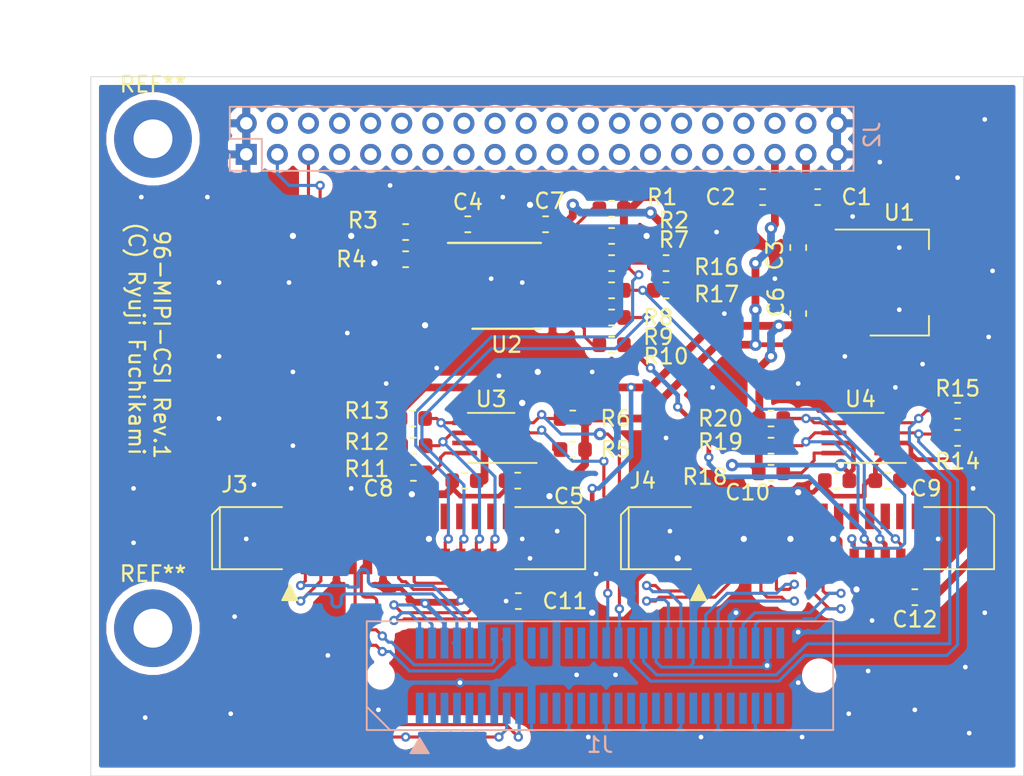
<source format=kicad_pcb>
(kicad_pcb (version 20171130) (host pcbnew "(5.1.5)-3")
  (layers (0 F.Cu signal) (31 B.Cu signal) (34 B.Paste user) (35 F.Paste user) (36 B.SilkS user) (37 F.SilkS user) (38 B.Mask user) (39 F.Mask user) (44 Edge.Cuts user))
  (net 0 "")
  (net 1 GND)
  (net 2 +5V)
  (net 3 +1V8)
  (net 4 +3V3)
  (net 5 /HS_SPI1_MOSI)
  (net 6 /HS_CSI0_CLK_P)
  (net 7 "Net-(J1-Pad3)")
  (net 8 /HS_CSI0_CLK_N)
  (net 9 "Net-(J1-Pad5)")
  (net 10 /HS_SPI1_CS)
  (net 11 /HS_CSI0_D0_P)
  (net 12 /HS_SPI1_SCLK)
  (net 13 /HS_CSI0_D0_N)
  (net 14 /HS_SPI1_MISO)
  (net 15 /HS_CSI0_D1_P)
  (net 16 /HS_CSI0_MCLK)
  (net 17 /HS_CSI0_D1_N)
  (net 18 /HS_CSI1_MCLK)
  (net 19 /HS_CSI0_D2_P)
  (net 20 /HS_DSI_CLK_P)
  (net 21 /HS_CSI0_D2_N)
  (net 22 /HS_DSI_CLK_N)
  (net 23 /HS_CSI0_D3_P)
  (net 24 /HS_DSI_D0_P)
  (net 25 /HS_CSI0_D3_N)
  (net 26 /HS_DSI_D0_N)
  (net 27 /HS_I2C2_SCL)
  (net 28 /HS_DSI_D1_P)
  (net 29 /HS_I2C2_SDA)
  (net 30 /HS_DSI_D1_N)
  (net 31 /HS_I2C3_SCL)
  (net 32 /HS_I2C3_SDA)
  (net 33 /HS_DSI_D2_P)
  (net 34 /HS_DSI_D2_N)
  (net 35 /HS_CSI1_D0_P)
  (net 36 /HS_CSI1_D0_N)
  (net 37 /HS_DSI_D3_P)
  (net 38 /HS_DSI_D3_N)
  (net 39 /HS_CSI1_D1_P)
  (net 40 /HS_CSI1_D1_N)
  (net 41 /HS_USB2D3_P)
  (net 42 /HS_USB2D3_N)
  (net 43 /HS_CSI1_CLK_P)
  (net 44 "Net-(J1-Pad57)")
  (net 45 "Net-(J1-Pad59)")
  (net 46 "Net-(J1-Pad60)")
  (net 47 /LS_GPIO_0)
  (net 48 /PWR_PB_N)
  (net 49 /LS_GPIO_1)
  (net 50 /RST_PB_N)
  (net 51 /LS_GPIO_2)
  (net 52 /LS_SPI0_SCLK)
  (net 53 /LS_GPIO_3)
  (net 54 /LS_SPI0_MISO)
  (net 55 /LS_GPIO_4)
  (net 56 /LS_SPI0_CS)
  (net 57 /LS_GPIO_5)
  (net 58 /LS_SPI0_MOSI)
  (net 59 /LS_I2C0_SCL)
  (net 60 /LS_GPIO_9)
  (net 61 /LS_I2C0_SDA)
  (net 62 /LS_GPIO_10)
  (net 63 /LS_I2C1_SCL)
  (net 64 /LS_GPIO_11)
  (net 65 /LS_I2C1_SDA)
  (net 66 /LS_GPIO_12)
  (net 67 /LS_PS_GPIO_0)
  (net 68 /LS_PS_GPIO_1)
  (net 69 /LS_PS_GPIO_2)
  (net 70 /LS_PS_GPIO_3)
  (net 71 /LS_PS_GPIO_4)
  (net 72 /LS_PS_GPIO_5)
  (net 73 /LS_GPIO_6)
  (net 74 /LS_GPIO_13)
  (net 75 /LS_GPIO_7)
  (net 76 /LS_GPIO_14)
  (net 77 /LS_GPIO_8)
  (net 78 /LS_GPIO_15)
  (net 79 /VSYS_IN0)
  (net 80 /VSYS_IN1)
  (net 81 /CAM0_GPIO)
  (net 82 /CAM0_CLK)
  (net 83 /CAM0_SCL)
  (net 84 /CAM0_SDA)
  (net 85 /CAM1_SDA)
  (net 86 /CAM1_SCL)
  (net 87 /CAM1_CLK)
  (net 88 /CAM1_GPIO)
  (net 89 /HS_CSI1_CLK_N)
  (net 90 "Net-(R1-Pad1)")
  (net 91 "Net-(R2-Pad1)")
  (net 92 "Net-(R3-Pad1)")
  (net 93 "Net-(R4-Pad1)")
  (net 94 "Net-(R7-Pad2)")
  (net 95 "Net-(R8-Pad2)")
  (net 96 "Net-(R9-Pad2)")
  (net 97 "Net-(R10-Pad2)")
  (net 98 "Net-(R11-Pad2)")
  (net 99 "Net-(R18-Pad2)")
  (module myfootprint:61083-063402LF (layer B.Cu) (at 132.75 138.55)
    (fp_text reference J1 (at 0 4.45) (layer B.SilkS) (effects (justify mirror)))
    (fp_text value 61083-063402LF)
    (pad "" np_thru_hole circle (at 14.1 0) (size 1.2 1.2) (drill 1.2) (layers *.Cu *.Mask))
    (pad "" np_thru_hole circle (at -14.1 0) (size 0.8 0.8) (drill 0.8) (layers *.Cu *.Mask))
    (pad 60 smd rect (at 11.6 -2.1) (size 0.5 2) (layers B.Cu B.Paste B.Mask) (net 46 "Net-(J1-Pad60)"))
    (pad 59 smd rect (at 11.6 2.1) (size 0.5 2) (layers B.Cu B.Paste B.Mask) (net 45 "Net-(J1-Pad59)"))
    (pad 58 smd rect (at 10.8 -2.1) (size 0.5 2) (layers B.Cu B.Paste B.Mask) (net 1 GND))
    (pad 57 smd rect (at 10.8 2.1) (size 0.5 2) (layers B.Cu B.Paste B.Mask) (net 44 "Net-(J1-Pad57)"))
    (pad 56 smd rect (at 10 -2.1) (size 0.5 2) (layers B.Cu B.Paste B.Mask) (net 89 /HS_CSI1_CLK_N))
    (pad 55 smd rect (at 10 2.1) (size 0.5 2) (layers B.Cu B.Paste B.Mask) (net 1 GND))
    (pad 54 smd rect (at 9.2 -2.1) (size 0.5 2) (layers B.Cu B.Paste B.Mask) (net 43 /HS_CSI1_CLK_P))
    (pad 53 smd rect (at 9.2 2.1) (size 0.5 2) (layers B.Cu B.Paste B.Mask) (net 42 /HS_USB2D3_N))
    (pad 52 smd rect (at 8.4 -2.1) (size 0.5 2) (layers B.Cu B.Paste B.Mask) (net 1 GND))
    (pad 51 smd rect (at 8.4 2.1) (size 0.5 2) (layers B.Cu B.Paste B.Mask) (net 41 /HS_USB2D3_P))
    (pad 50 smd rect (at 7.6 -2.1) (size 0.5 2) (layers B.Cu B.Paste B.Mask) (net 40 /HS_CSI1_D1_N))
    (pad 49 smd rect (at 7.6 2.1) (size 0.5 2) (layers B.Cu B.Paste B.Mask) (net 1 GND))
    (pad 48 smd rect (at 6.8 -2.1) (size 0.5 2) (layers B.Cu B.Paste B.Mask) (net 39 /HS_CSI1_D1_P))
    (pad 47 smd rect (at 6.8 2.1) (size 0.5 2) (layers B.Cu B.Paste B.Mask) (net 38 /HS_DSI_D3_N))
    (pad 46 smd rect (at 6 -2.1) (size 0.5 2) (layers B.Cu B.Paste B.Mask) (net 1 GND))
    (pad 45 smd rect (at 6 2.1) (size 0.5 2) (layers B.Cu B.Paste B.Mask) (net 37 /HS_DSI_D3_P))
    (pad 44 smd rect (at 5.2 -2.1) (size 0.5 2) (layers B.Cu B.Paste B.Mask) (net 36 /HS_CSI1_D0_N))
    (pad 43 smd rect (at 5.2 2.1) (size 0.5 2) (layers B.Cu B.Paste B.Mask) (net 1 GND))
    (pad 42 smd rect (at 4.4 -2.1) (size 0.5 2) (layers B.Cu B.Paste B.Mask) (net 35 /HS_CSI1_D0_P))
    (pad 41 smd rect (at 4.4 2.1) (size 0.5 2) (layers B.Cu B.Paste B.Mask) (net 34 /HS_DSI_D2_N))
    (pad 40 smd rect (at 3.6 -2.1) (size 0.5 2) (layers B.Cu B.Paste B.Mask) (net 1 GND))
    (pad 39 smd rect (at 3.6 2.1) (size 0.5 2) (layers B.Cu B.Paste B.Mask) (net 33 /HS_DSI_D2_P))
    (pad 38 smd rect (at 2.8 -2.1) (size 0.5 2) (layers B.Cu B.Paste B.Mask) (net 32 /HS_I2C3_SDA))
    (pad 37 smd rect (at 2.8 2.1) (size 0.5 2) (layers B.Cu B.Paste B.Mask) (net 1 GND))
    (pad 36 smd rect (at 2 -2.1) (size 0.5 2) (layers B.Cu B.Paste B.Mask) (net 31 /HS_I2C3_SCL))
    (pad 35 smd rect (at 2 2.1) (size 0.5 2) (layers B.Cu B.Paste B.Mask) (net 30 /HS_DSI_D1_N))
    (pad 34 smd rect (at 1.2 -2.1) (size 0.5 2) (layers B.Cu B.Paste B.Mask) (net 29 /HS_I2C2_SDA))
    (pad 33 smd rect (at 1.2 2.1) (size 0.5 2) (layers B.Cu B.Paste B.Mask) (net 28 /HS_DSI_D1_P))
    (pad 32 smd rect (at 0.4 -2.1) (size 0.5 2) (layers B.Cu B.Paste B.Mask) (net 27 /HS_I2C2_SCL))
    (pad 31 smd rect (at 0.4 2.1) (size 0.5 2) (layers B.Cu B.Paste B.Mask) (net 1 GND))
    (pad 30 smd rect (at -0.4 -2.1) (size 0.5 2) (layers B.Cu B.Paste B.Mask) (net 1 GND))
    (pad 29 smd rect (at -0.4 2.1) (size 0.5 2) (layers B.Cu B.Paste B.Mask) (net 26 /HS_DSI_D0_N))
    (pad 28 smd rect (at -1.2 -2.1) (size 0.5 2) (layers B.Cu B.Paste B.Mask) (net 25 /HS_CSI0_D3_N))
    (pad 27 smd rect (at -1.2 2.1) (size 0.5 2) (layers B.Cu B.Paste B.Mask) (net 24 /HS_DSI_D0_P))
    (pad 26 smd rect (at -2 -2.1) (size 0.5 2) (layers B.Cu B.Paste B.Mask) (net 23 /HS_CSI0_D3_P))
    (pad 25 smd rect (at -2 2.1) (size 0.5 2) (layers B.Cu B.Paste B.Mask) (net 1 GND))
    (pad 24 smd rect (at -2.8 -2.1) (size 0.5 2) (layers B.Cu B.Paste B.Mask) (net 1 GND))
    (pad 23 smd rect (at -2.8 2.1) (size 0.5 2) (layers B.Cu B.Paste B.Mask) (net 22 /HS_DSI_CLK_N))
    (pad 22 smd rect (at -3.6 -2.1) (size 0.5 2) (layers B.Cu B.Paste B.Mask) (net 21 /HS_CSI0_D2_N))
    (pad 21 smd rect (at -3.6 2.1) (size 0.5 2) (layers B.Cu B.Paste B.Mask) (net 20 /HS_DSI_CLK_P))
    (pad 20 smd rect (at -4.4 -2.1) (size 0.5 2) (layers B.Cu B.Paste B.Mask) (net 19 /HS_CSI0_D2_P))
    (pad 19 smd rect (at -4.4 2.1) (size 0.5 2) (layers B.Cu B.Paste B.Mask) (net 1 GND))
    (pad 18 smd rect (at -5.2 -2.1) (size 0.5 2) (layers B.Cu B.Paste B.Mask) (net 1 GND))
    (pad 17 smd rect (at -5.2 2.1) (size 0.5 2) (layers B.Cu B.Paste B.Mask) (net 18 /HS_CSI1_MCLK))
    (pad 16 smd rect (at -6 -2.1) (size 0.5 2) (layers B.Cu B.Paste B.Mask) (net 17 /HS_CSI0_D1_N))
    (pad 15 smd rect (at -6 2.1) (size 0.5 2) (layers B.Cu B.Paste B.Mask) (net 16 /HS_CSI0_MCLK))
    (pad 14 smd rect (at -6.8 -2.1) (size 0.5 2) (layers B.Cu B.Paste B.Mask) (net 15 /HS_CSI0_D1_P))
    (pad 13 smd rect (at -6.8 2.1) (size 0.5 2) (layers B.Cu B.Paste B.Mask) (net 1 GND))
    (pad 12 smd rect (at -7.6 -2.1) (size 0.5 2) (layers B.Cu B.Paste B.Mask) (net 1 GND))
    (pad 11 smd rect (at -7.6 2.1) (size 0.5 2) (layers B.Cu B.Paste B.Mask) (net 14 /HS_SPI1_MISO))
    (pad 10 smd rect (at -8.4 -2.1) (size 0.5 2) (layers B.Cu B.Paste B.Mask) (net 13 /HS_CSI0_D0_N))
    (pad 9 smd rect (at -8.4 2.1) (size 0.5 2) (layers B.Cu B.Paste B.Mask) (net 12 /HS_SPI1_SCLK))
    (pad 8 smd rect (at -9.2 -2.1) (size 0.5 2) (layers B.Cu B.Paste B.Mask) (net 11 /HS_CSI0_D0_P))
    (pad 7 smd rect (at -9.2 2.1) (size 0.5 2) (layers B.Cu B.Paste B.Mask) (net 10 /HS_SPI1_CS))
    (pad 6 smd rect (at -10 -2.1) (size 0.5 2) (layers B.Cu B.Paste B.Mask) (net 1 GND))
    (pad 5 smd rect (at -10 2.1) (size 0.5 2) (layers B.Cu B.Paste B.Mask) (net 9 "Net-(J1-Pad5)"))
    (pad 4 smd rect (at -10.8 -2.1) (size 0.5 2) (layers B.Cu B.Paste B.Mask) (net 8 /HS_CSI0_CLK_N))
    (pad 3 smd rect (at -10.8 2.1) (size 0.5 2) (layers B.Cu B.Paste B.Mask) (net 7 "Net-(J1-Pad3)"))
    (pad 2 smd rect (at -11.6 -2.1) (size 0.5 2) (layers B.Cu B.Paste B.Mask) (net 6 /HS_CSI0_CLK_P))
    (pad 1 smd rect (at -11.6 2.1) (size 0.5 2) (layers B.Cu B.Paste B.Mask) (net 5 /HS_SPI1_MOSI))
  )
  (module myfootprint:PCA9306DCTR (layer F.Cu) (at 149.5 123.25 180)
    (fp_text reference U4 (at 0 2.5) (layer F.SilkS))
    (fp_text value PCA9306DCTR)
    (pad 5 smd rect (at 1.7 0.975 180) (size 1.6 0.3) (layers F.Cu F.Paste F.Mask) (net 85 /CAM1_SDA))
    (pad 6 smd rect (at 1.7 0.325 180) (size 1.6 0.3) (layers F.Cu F.Paste F.Mask) (net 86 /CAM1_SCL))
    (pad 7 smd rect (at 1.7 -0.325 180) (size 1.6 0.3) (layers F.Cu F.Paste F.Mask) (net 4 +3V3))
    (pad 8 smd rect (at 1.7 -0.975 180) (size 1.6 0.3) (layers F.Cu F.Paste F.Mask) (net 99 "Net-(R18-Pad2)"))
    (pad 4 smd rect (at -1.7 0.975 180) (size 1.6 0.3) (layers F.Cu F.Paste F.Mask) (net 32 /HS_I2C3_SDA))
    (pad 3 smd rect (at -1.7 0.325 180) (size 1.6 0.3) (layers F.Cu F.Paste F.Mask) (net 31 /HS_I2C3_SCL))
    (pad 2 smd rect (at -1.7 -0.325 180) (size 1.6 0.3) (layers F.Cu F.Paste F.Mask) (net 3 +1V8))
    (pad 1 smd rect (at -1.7 -0.975 180) (size 1.6 0.3) (layers F.Cu F.Paste F.Mask) (net 1 GND))
  )
  (module myfootprint:PCA9306DCTR (layer F.Cu) (at 125.75 123.25 180)
    (fp_text reference U3 (at 0 2.5) (layer F.SilkS))
    (fp_text value PCA9306DCTR)
    (pad 5 smd rect (at 1.7 0.975 180) (size 1.6 0.3) (layers F.Cu F.Paste F.Mask) (net 84 /CAM0_SDA))
    (pad 6 smd rect (at 1.7 0.325 180) (size 1.6 0.3) (layers F.Cu F.Paste F.Mask) (net 83 /CAM0_SCL))
    (pad 7 smd rect (at 1.7 -0.325 180) (size 1.6 0.3) (layers F.Cu F.Paste F.Mask) (net 4 +3V3))
    (pad 8 smd rect (at 1.7 -0.975 180) (size 1.6 0.3) (layers F.Cu F.Paste F.Mask) (net 98 "Net-(R11-Pad2)"))
    (pad 4 smd rect (at -1.7 0.975 180) (size 1.6 0.3) (layers F.Cu F.Paste F.Mask) (net 29 /HS_I2C2_SDA))
    (pad 3 smd rect (at -1.7 0.325 180) (size 1.6 0.3) (layers F.Cu F.Paste F.Mask) (net 27 /HS_I2C2_SCL))
    (pad 2 smd rect (at -1.7 -0.325 180) (size 1.6 0.3) (layers F.Cu F.Paste F.Mask) (net 3 +1V8))
    (pad 1 smd rect (at -1.7 -0.975 180) (size 1.6 0.3) (layers F.Cu F.Paste F.Mask) (net 1 GND))
  )
  (module Connector_PinSocket_2.00mm:PinSocket_2x20_P2.00mm_Vertical (layer B.Cu) (at 110 105 270)
    (fp_text reference J2 (at -1.25 -40.25 90) (layer B.SilkS) (effects (justify mirror)))
    (fp_text value 10075024-G01-20ULF)
    (pad 1 thru_hole rect (at 0 0 270) (size 1.35 1.35) (drill 0.8) (layers *.Cu *.Mask) (net 1 GND))
    (pad 2 thru_hole oval (at -2 0 270) (size 1.35 1.35) (drill 0.8) (layers *.Cu *.Mask) (net 1 GND))
    (pad 3 thru_hole oval (at 0 -2 270) (size 1.35 1.35) (drill 0.8) (layers *.Cu *.Mask) (net 47 /LS_GPIO_0))
    (pad 4 thru_hole oval (at -2 -2 270) (size 1.35 1.35) (drill 0.8) (layers *.Cu *.Mask) (net 48 /PWR_PB_N))
    (pad 5 thru_hole oval (at 0 -4 270) (size 1.35 1.35) (drill 0.8) (layers *.Cu *.Mask) (net 49 /LS_GPIO_1))
    (pad 6 thru_hole oval (at -2 -4 270) (size 1.35 1.35) (drill 0.8) (layers *.Cu *.Mask) (net 50 /RST_PB_N))
    (pad 7 thru_hole oval (at 0 -6 270) (size 1.35 1.35) (drill 0.8) (layers *.Cu *.Mask) (net 51 /LS_GPIO_2))
    (pad 8 thru_hole oval (at -2 -6 270) (size 1.35 1.35) (drill 0.8) (layers *.Cu *.Mask) (net 52 /LS_SPI0_SCLK))
    (pad 9 thru_hole oval (at 0 -8 270) (size 1.35 1.35) (drill 0.8) (layers *.Cu *.Mask) (net 53 /LS_GPIO_3))
    (pad 10 thru_hole oval (at -2 -8 270) (size 1.35 1.35) (drill 0.8) (layers *.Cu *.Mask) (net 54 /LS_SPI0_MISO))
    (pad 11 thru_hole oval (at 0 -10 270) (size 1.35 1.35) (drill 0.8) (layers *.Cu *.Mask) (net 55 /LS_GPIO_4))
    (pad 12 thru_hole oval (at -2 -10 270) (size 1.35 1.35) (drill 0.8) (layers *.Cu *.Mask) (net 56 /LS_SPI0_CS))
    (pad 13 thru_hole oval (at 0 -12 270) (size 1.35 1.35) (drill 0.8) (layers *.Cu *.Mask) (net 57 /LS_GPIO_5))
    (pad 14 thru_hole oval (at -2 -12 270) (size 1.35 1.35) (drill 0.8) (layers *.Cu *.Mask) (net 58 /LS_SPI0_MOSI))
    (pad 15 thru_hole oval (at 0 -14 270) (size 1.35 1.35) (drill 0.8) (layers *.Cu *.Mask) (net 59 /LS_I2C0_SCL))
    (pad 16 thru_hole oval (at -2 -14 270) (size 1.35 1.35) (drill 0.8) (layers *.Cu *.Mask) (net 60 /LS_GPIO_9))
    (pad 17 thru_hole oval (at 0 -16 270) (size 1.35 1.35) (drill 0.8) (layers *.Cu *.Mask) (net 61 /LS_I2C0_SDA))
    (pad 18 thru_hole oval (at -2 -16 270) (size 1.35 1.35) (drill 0.8) (layers *.Cu *.Mask) (net 62 /LS_GPIO_10))
    (pad 19 thru_hole oval (at 0 -18 270) (size 1.35 1.35) (drill 0.8) (layers *.Cu *.Mask) (net 63 /LS_I2C1_SCL))
    (pad 20 thru_hole oval (at -2 -18 270) (size 1.35 1.35) (drill 0.8) (layers *.Cu *.Mask) (net 64 /LS_GPIO_11))
    (pad 21 thru_hole oval (at 0 -20 270) (size 1.35 1.35) (drill 0.8) (layers *.Cu *.Mask) (net 65 /LS_I2C1_SDA))
    (pad 22 thru_hole oval (at -2 -20 270) (size 1.35 1.35) (drill 0.8) (layers *.Cu *.Mask) (net 66 /LS_GPIO_12))
    (pad 23 thru_hole oval (at 0 -22 270) (size 1.35 1.35) (drill 0.8) (layers *.Cu *.Mask) (net 67 /LS_PS_GPIO_0))
    (pad 24 thru_hole oval (at -2 -22 270) (size 1.35 1.35) (drill 0.8) (layers *.Cu *.Mask) (net 68 /LS_PS_GPIO_1))
    (pad 25 thru_hole oval (at 0 -24 270) (size 1.35 1.35) (drill 0.8) (layers *.Cu *.Mask) (net 69 /LS_PS_GPIO_2))
    (pad 26 thru_hole oval (at -2 -24 270) (size 1.35 1.35) (drill 0.8) (layers *.Cu *.Mask) (net 70 /LS_PS_GPIO_3))
    (pad 27 thru_hole oval (at 0 -26 270) (size 1.35 1.35) (drill 0.8) (layers *.Cu *.Mask) (net 71 /LS_PS_GPIO_4))
    (pad 28 thru_hole oval (at -2 -26 270) (size 1.35 1.35) (drill 0.8) (layers *.Cu *.Mask) (net 72 /LS_PS_GPIO_5))
    (pad 29 thru_hole oval (at 0 -28 270) (size 1.35 1.35) (drill 0.8) (layers *.Cu *.Mask) (net 73 /LS_GPIO_6))
    (pad 30 thru_hole oval (at -2 -28 270) (size 1.35 1.35) (drill 0.8) (layers *.Cu *.Mask) (net 74 /LS_GPIO_13))
    (pad 31 thru_hole oval (at 0 -30 270) (size 1.35 1.35) (drill 0.8) (layers *.Cu *.Mask) (net 75 /LS_GPIO_7))
    (pad 32 thru_hole oval (at -2 -30 270) (size 1.35 1.35) (drill 0.8) (layers *.Cu *.Mask) (net 76 /LS_GPIO_14))
    (pad 33 thru_hole oval (at 0 -32 270) (size 1.35 1.35) (drill 0.8) (layers *.Cu *.Mask) (net 77 /LS_GPIO_8))
    (pad 34 thru_hole oval (at -2 -32 270) (size 1.35 1.35) (drill 0.8) (layers *.Cu *.Mask) (net 78 /LS_GPIO_15))
    (pad 35 thru_hole oval (at 0 -34 270) (size 1.35 1.35) (drill 0.8) (layers *.Cu *.Mask) (net 3 +1V8))
    (pad 36 thru_hole oval (at -2 -34 270) (size 1.35 1.35) (drill 0.8) (layers *.Cu *.Mask) (net 79 /VSYS_IN0))
    (pad 37 thru_hole oval (at 0 -36 270) (size 1.35 1.35) (drill 0.8) (layers *.Cu *.Mask) (net 2 +5V))
    (pad 38 thru_hole oval (at -2 -36 270) (size 1.35 1.35) (drill 0.8) (layers *.Cu *.Mask) (net 80 /VSYS_IN1))
    (pad 39 thru_hole oval (at 0 -38 270) (size 1.35 1.35) (drill 0.8) (layers *.Cu *.Mask) (net 1 GND))
    (pad 40 thru_hole oval (at -2 -38 270) (size 1.35 1.35) (drill 0.8) (layers *.Cu *.Mask) (net 1 GND))
  )
  (module myfootprint:55510-140LF (layer F.Cu) (at 119.8 129.7 180)
    (fp_text reference J3 (at 10.55 3.45) (layer F.SilkS))
    (fp_text value 1-1734248-5)
    (pad 1 smd rect (at 7 -1.5 180) (size 0.6 1.65) (layers F.Cu F.Paste F.Mask) (net 1 GND))
    (pad 2 smd rect (at 6 -1.5 180) (size 0.6 1.65) (layers F.Cu F.Paste F.Mask) (net 13 /HS_CSI0_D0_N))
    (pad 3 smd rect (at 5 -1.5 180) (size 0.6 1.65) (layers F.Cu F.Paste F.Mask) (net 11 /HS_CSI0_D0_P))
    (pad 4 smd rect (at 4 -1.5 180) (size 0.6 1.65) (layers F.Cu F.Paste F.Mask) (net 1 GND))
    (pad 5 smd rect (at 3 -1.5 180) (size 0.6 1.65) (layers F.Cu F.Paste F.Mask) (net 17 /HS_CSI0_D1_N))
    (pad 6 smd rect (at 2 -1.5 180) (size 0.6 1.65) (layers F.Cu F.Paste F.Mask) (net 15 /HS_CSI0_D1_P))
    (pad 7 smd rect (at 1 -1.5 180) (size 0.6 1.65) (layers F.Cu F.Paste F.Mask) (net 1 GND))
    (pad 8 smd rect (at 0 -1.5 180) (size 0.6 1.65) (layers F.Cu F.Paste F.Mask) (net 8 /HS_CSI0_CLK_N))
    (pad 9 smd rect (at -1 -1.5 180) (size 0.6 1.65) (layers F.Cu F.Paste F.Mask) (net 6 /HS_CSI0_CLK_P))
    (pad 10 smd rect (at -2 -1.5 180) (size 0.6 1.65) (layers F.Cu F.Paste F.Mask) (net 1 GND))
    (pad 11 smd rect (at -3 -1.5 180) (size 0.6 1.65) (layers F.Cu F.Paste F.Mask) (net 81 /CAM0_GPIO))
    (pad 12 smd rect (at -4 -1.5 180) (size 0.6 1.65) (layers F.Cu F.Paste F.Mask) (net 82 /CAM0_CLK))
    (pad 13 smd rect (at -5 -1.5 180) (size 0.6 1.65) (layers F.Cu F.Paste F.Mask) (net 83 /CAM0_SCL))
    (pad 14 smd rect (at -6 -1.5 180) (size 0.6 1.65) (layers F.Cu F.Paste F.Mask) (net 84 /CAM0_SDA))
    (pad 15 smd rect (at -7 -1.5 180) (size 0.6 1.65) (layers F.Cu F.Paste F.Mask) (net 4 +3V3))
    (pad "" smd rect (at 7 1.4 180) (size 0.6 1.65) (layers F.Cu F.Paste F.Mask))
    (pad "" smd rect (at 6 1.4 180) (size 0.6 1.65) (layers F.Cu F.Paste F.Mask))
    (pad "" smd rect (at 5 1.4 180) (size 0.6 1.65) (layers F.Cu F.Paste F.Mask))
    (pad "" smd rect (at 4 1.4 180) (size 0.6 1.65) (layers F.Cu F.Paste F.Mask))
    (pad "" smd rect (at 3 1.4 180) (size 0.6 1.65) (layers F.Cu F.Paste F.Mask))
    (pad "" smd rect (at 2 1.4 180) (size 0.6 1.65) (layers F.Cu F.Paste F.Mask))
    (pad "" smd rect (at 1 1.4 180) (size 0.6 1.65) (layers F.Cu F.Paste F.Mask))
    (pad "" smd rect (at 0 1.4 180) (size 0.6 1.65) (layers F.Cu F.Paste F.Mask))
    (pad "" smd rect (at -1 1.4 180) (size 0.6 1.65) (layers F.Cu F.Paste F.Mask))
    (pad "" smd rect (at -2 1.4 180) (size 0.6 1.65) (layers F.Cu F.Paste F.Mask))
    (pad "" smd rect (at -3 1.4 180) (size 0.6 1.65) (layers F.Cu F.Paste F.Mask))
    (pad "" smd rect (at -4 1.4 180) (size 0.6 1.65) (layers F.Cu F.Paste F.Mask))
    (pad "" smd rect (at -5 1.4 180) (size 0.6 1.65) (layers F.Cu F.Paste F.Mask))
    (pad "" smd rect (at -6 1.4 180) (size 0.6 1.65) (layers F.Cu F.Paste F.Mask))
    (pad "" smd rect (at -7 1.4 180) (size 0.6 1.65) (layers F.Cu F.Paste F.Mask))
  )
  (module MountingHole:MountingHole_2.5mm_Pad (layer F.Cu) (at 104 135.5)
    (fp_text reference REF** (at 0 -3.5) (layer F.SilkS))
    (fp_text value MountingHole_2.5mm_Pad)
    (pad 1 thru_hole circle (at 0 0) (size 5 5) (drill 2.5) (layers *.Cu *.Mask))
  )
  (module MountingHole:MountingHole_2.5mm_Pad (layer F.Cu) (at 104 104)
    (fp_text reference REF** (at 0 -3.5) (layer F.SilkS))
    (fp_text value MountingHole_2.5mm_Pad)
    (pad 1 thru_hole circle (at 0 0) (size 5 5) (drill 2.5) (layers *.Cu *.Mask))
  )
  (module Capacitor_SMD:C_0603_1608Metric (layer F.Cu) (at 146.75 107.75)
    (fp_text reference C1 (at 2.5 0) (layer F.SilkS))
    (fp_text value 10uF)
    (pad 2 smd roundrect (at 0.7875 0) (size 0.875 0.95) (layers F.Cu F.Paste F.Mask) (net 1 GND))
    (pad 1 smd roundrect (at -0.7875 0) (size 0.875 0.95) (layers F.Cu F.Paste F.Mask) (net 2 +5V))
  )
  (module Capacitor_SMD:C_0603_1608Metric (layer F.Cu) (at 143.2125 107.75 180)
    (fp_text reference C2 (at 2.7125 0) (layer F.SilkS))
    (fp_text value 10uF)
    (pad 1 smd roundrect (at -0.7875 0 180) (size 0.875 0.95) (layers F.Cu F.Paste F.Mask) (net 3 +1V8))
    (pad 2 smd roundrect (at 0.7875 0 180) (size 0.875 0.95) (layers F.Cu F.Paste F.Mask) (net 1 GND))
  )
  (module Capacitor_SMD:C_0603_1608Metric (layer F.Cu) (at 145.5 111 270)
    (fp_text reference C3 (at 0.5 1.5 90) (layer F.SilkS))
    (fp_text value 4.7uF)
    (pad 2 smd roundrect (at 0.7875 0 270) (size 0.875 0.95) (layers F.Cu F.Paste F.Mask) (net 1 GND))
    (pad 1 smd roundrect (at -0.7875 0 270) (size 0.875 0.95) (layers F.Cu F.Paste F.Mask) (net 2 +5V))
  )
  (module Capacitor_SMD:C_0603_1608Metric (layer F.Cu) (at 124.25 109.5)
    (fp_text reference C4 (at 0 -1.43) (layer F.SilkS))
    (fp_text value 0.1uF)
    (pad 2 smd roundrect (at 0.7875 0) (size 0.875 0.95) (layers F.Cu F.Paste F.Mask) (net 1 GND))
    (pad 1 smd roundrect (at -0.7875 0) (size 0.875 0.95) (layers F.Cu F.Paste F.Mask) (net 3 +1V8))
  )
  (module Capacitor_SMD:C_0603_1608Metric (layer F.Cu) (at 127.4625 126 180)
    (fp_text reference C5 (at -3.2875 -1) (layer F.SilkS))
    (fp_text value 0.1uF)
    (pad 1 smd roundrect (at -0.7875 0 180) (size 0.875 0.95) (layers F.Cu F.Paste F.Mask) (net 3 +1V8))
    (pad 2 smd roundrect (at 0.7875 0 180) (size 0.875 0.95) (layers F.Cu F.Paste F.Mask) (net 1 GND))
  )
  (module Capacitor_SMD:C_0603_1608Metric (layer F.Cu) (at 145.5 115.25 90)
    (fp_text reference C6 (at 0.75 -1.43 90) (layer F.SilkS))
    (fp_text value 4.7uF)
    (pad 1 smd roundrect (at -0.7875 0 90) (size 0.875 0.95) (layers F.Cu F.Paste F.Mask) (net 4 +3V3))
    (pad 2 smd roundrect (at 0.7875 0 90) (size 0.875 0.95) (layers F.Cu F.Paste F.Mask) (net 1 GND))
  )
  (module Capacitor_SMD:C_0603_1608Metric (layer F.Cu) (at 129.25 109.5 180)
    (fp_text reference C7 (at -0.25 1.5) (layer F.SilkS))
    (fp_text value 0.1uF)
    (pad 2 smd roundrect (at 0.7875 0 180) (size 0.875 0.95) (layers F.Cu F.Paste F.Mask) (net 1 GND))
    (pad 1 smd roundrect (at -0.7875 0 180) (size 0.875 0.95) (layers F.Cu F.Paste F.Mask) (net 4 +3V3))
  )
  (module Capacitor_SMD:C_0603_1608Metric (layer F.Cu) (at 124.0375 126 180)
    (fp_text reference C8 (at 5.5375 -0.5) (layer F.SilkS))
    (fp_text value 0.1uF)
    (pad 1 smd roundrect (at -0.7875 0 180) (size 0.875 0.95) (layers F.Cu F.Paste F.Mask) (net 4 +3V3))
    (pad 2 smd roundrect (at 0.7875 0 180) (size 0.875 0.95) (layers F.Cu F.Paste F.Mask) (net 1 GND))
  )
  (module Capacitor_SMD:C_0603_1608Metric (layer F.Cu) (at 151.25 126 180)
    (fp_text reference C9 (at -2.5 -0.5) (layer F.SilkS))
    (fp_text value 0.1uF)
    (pad 2 smd roundrect (at 0.7875 0 180) (size 0.875 0.95) (layers F.Cu F.Paste F.Mask) (net 1 GND))
    (pad 1 smd roundrect (at -0.7875 0 180) (size 0.875 0.95) (layers F.Cu F.Paste F.Mask) (net 3 +1V8))
  )
  (module Capacitor_SMD:C_0603_1608Metric (layer F.Cu) (at 148 126 180)
    (fp_text reference C10 (at 5.75 -0.75) (layer F.SilkS))
    (fp_text value 0.1uF)
    (pad 1 smd roundrect (at -0.7875 0 180) (size 0.875 0.95) (layers F.Cu F.Paste F.Mask) (net 4 +3V3))
    (pad 2 smd roundrect (at 0.7875 0 180) (size 0.875 0.95) (layers F.Cu F.Paste F.Mask) (net 1 GND))
  )
  (module Capacitor_SMD:C_0603_1608Metric (layer F.Cu) (at 127.5 133.75 180)
    (fp_text reference C11 (at -3 0) (layer F.SilkS))
    (fp_text value 0.1uF)
    (pad 1 smd roundrect (at -0.7875 0 180) (size 0.875 0.95) (layers F.Cu F.Paste F.Mask) (net 4 +3V3))
    (pad 2 smd roundrect (at 0.7875 0 180) (size 0.875 0.95) (layers F.Cu F.Paste F.Mask) (net 1 GND))
  )
  (module Capacitor_SMD:C_0603_1608Metric (layer F.Cu) (at 153 133.5 180)
    (fp_text reference C12 (at 0 -1.43) (layer F.SilkS))
    (fp_text value 0.1uF)
    (pad 2 smd roundrect (at 0.7875 0 180) (size 0.875 0.95) (layers F.Cu F.Paste F.Mask) (net 1 GND))
    (pad 1 smd roundrect (at -0.7875 0 180) (size 0.875 0.95) (layers F.Cu F.Paste F.Mask) (net 4 +3V3))
  )
  (module Resistor_SMD:R_0603_1608Metric (layer F.Cu) (at 133.5 108.5)
    (fp_text reference R1 (at 3.25 -0.75) (layer F.SilkS))
    (fp_text value 0)
    (pad 1 smd roundrect (at -0.7875 0) (size 0.875 0.95) (layers F.Cu F.Paste F.Mask) (net 90 "Net-(R1-Pad1)"))
    (pad 2 smd roundrect (at 0.7875 0) (size 0.875 0.95) (layers F.Cu F.Paste F.Mask) (net 1 GND))
  )
  (module Resistor_SMD:R_0603_1608Metric (layer F.Cu) (at 133.5 110.25)
    (fp_text reference R2 (at 4 -1) (layer F.SilkS))
    (fp_text value 0)
    (pad 2 smd roundrect (at 0.7875 0) (size 0.875 0.95) (layers F.Cu F.Paste F.Mask) (net 1 GND))
    (pad 1 smd roundrect (at -0.7875 0) (size 0.875 0.95) (layers F.Cu F.Paste F.Mask) (net 91 "Net-(R2-Pad1)"))
  )
  (module Resistor_SMD:R_0603_1608Metric (layer F.Cu) (at 120.25 110 180)
    (fp_text reference R3 (at 2.75 0.75) (layer F.SilkS))
    (fp_text value 0)
    (pad 1 smd roundrect (at -0.7875 0 180) (size 0.875 0.95) (layers F.Cu F.Paste F.Mask) (net 92 "Net-(R3-Pad1)"))
    (pad 2 smd roundrect (at 0.7875 0 180) (size 0.875 0.95) (layers F.Cu F.Paste F.Mask) (net 3 +1V8))
  )
  (module Resistor_SMD:R_0603_1608Metric (layer F.Cu) (at 120.25 111.75 180)
    (fp_text reference R4 (at 3.5 0) (layer F.SilkS))
    (fp_text value 0)
    (pad 2 smd roundrect (at 0.7875 0 180) (size 0.875 0.95) (layers F.Cu F.Paste F.Mask) (net 1 GND))
    (pad 1 smd roundrect (at -0.7875 0 180) (size 0.875 0.95) (layers F.Cu F.Paste F.Mask) (net 93 "Net-(R4-Pad1)"))
  )
  (module Resistor_SMD:R_0603_1608Metric (layer F.Cu) (at 131 124)
    (fp_text reference R5 (at 2.75 0) (layer F.SilkS))
    (fp_text value 4.7k)
    (pad 1 smd roundrect (at -0.7875 0) (size 0.875 0.95) (layers F.Cu F.Paste F.Mask) (net 27 /HS_I2C2_SCL))
    (pad 2 smd roundrect (at 0.7875 0) (size 0.875 0.95) (layers F.Cu F.Paste F.Mask) (net 3 +1V8))
  )
  (module Resistor_SMD:R_0603_1608Metric (layer F.Cu) (at 131 122)
    (fp_text reference R6 (at 2.75 0) (layer F.SilkS))
    (fp_text value 4.7k)
    (pad 2 smd roundrect (at 0.7875 0) (size 0.875 0.95) (layers F.Cu F.Paste F.Mask) (net 3 +1V8))
    (pad 1 smd roundrect (at -0.7875 0) (size 0.875 0.95) (layers F.Cu F.Paste F.Mask) (net 29 /HS_I2C2_SDA))
  )
  (module Resistor_SMD:R_0603_1608Metric (layer F.Cu) (at 133.5 112 180)
    (fp_text reference R7 (at -4 1.5) (layer F.SilkS))
    (fp_text value 0)
    (pad 1 smd roundrect (at -0.7875 0 180) (size 0.875 0.95) (layers F.Cu F.Paste F.Mask) (net 81 /CAM0_GPIO))
    (pad 2 smd roundrect (at 0.7875 0 180) (size 0.875 0.95) (layers F.Cu F.Paste F.Mask) (net 94 "Net-(R7-Pad2)"))
  )
  (module Resistor_SMD:R_0603_1608Metric (layer F.Cu) (at 133.5 113.75 180)
    (fp_text reference R8 (at -3 -1.75) (layer F.SilkS))
    (fp_text value 0)
    (pad 2 smd roundrect (at 0.7875 0 180) (size 0.875 0.95) (layers F.Cu F.Paste F.Mask) (net 95 "Net-(R8-Pad2)"))
    (pad 1 smd roundrect (at -0.7875 0 180) (size 0.875 0.95) (layers F.Cu F.Paste F.Mask) (net 88 /CAM1_GPIO))
  )
  (module Resistor_SMD:R_0603_1608Metric (layer F.Cu) (at 133.5 115.5 180)
    (fp_text reference R9 (at -3 -1.25) (layer F.SilkS))
    (fp_text value 0)
    (pad 1 smd roundrect (at -0.7875 0 180) (size 0.875 0.95) (layers F.Cu F.Paste F.Mask) (net 82 /CAM0_CLK))
    (pad 2 smd roundrect (at 0.7875 0 180) (size 0.875 0.95) (layers F.Cu F.Paste F.Mask) (net 96 "Net-(R9-Pad2)"))
  )
  (module Resistor_SMD:R_0603_1608Metric (layer F.Cu) (at 133.5 117.25 180)
    (fp_text reference R10 (at -3.5 -0.75) (layer F.SilkS))
    (fp_text value 0)
    (pad 2 smd roundrect (at 0.7875 0 180) (size 0.875 0.95) (layers F.Cu F.Paste F.Mask) (net 97 "Net-(R10-Pad2)"))
    (pad 1 smd roundrect (at -0.7875 0 180) (size 0.875 0.95) (layers F.Cu F.Paste F.Mask) (net 87 /CAM1_CLK))
  )
  (module Resistor_SMD:R_0603_1608Metric (layer F.Cu) (at 120.75 125.5)
    (fp_text reference R11 (at -3 -0.25) (layer F.SilkS))
    (fp_text value 0)
    (pad 2 smd roundrect (at 0.7875 0) (size 0.875 0.95) (layers F.Cu F.Paste F.Mask) (net 98 "Net-(R11-Pad2)"))
    (pad 1 smd roundrect (at -0.7875 0) (size 0.875 0.95) (layers F.Cu F.Paste F.Mask) (net 4 +3V3))
  )
  (module Resistor_SMD:R_0603_1608Metric (layer F.Cu) (at 120.75 123.75)
    (fp_text reference R12 (at -3 -0.25) (layer F.SilkS))
    (fp_text value 4.7k)
    (pad 1 smd roundrect (at -0.7875 0) (size 0.875 0.95) (layers F.Cu F.Paste F.Mask) (net 4 +3V3))
    (pad 2 smd roundrect (at 0.7875 0) (size 0.875 0.95) (layers F.Cu F.Paste F.Mask) (net 83 /CAM0_SCL))
  )
  (module Resistor_SMD:R_0603_1608Metric (layer F.Cu) (at 120.7125 122)
    (fp_text reference R13 (at -2.9625 -0.5) (layer F.SilkS))
    (fp_text value 4.7k)
    (pad 2 smd roundrect (at 0.7875 0) (size 0.875 0.95) (layers F.Cu F.Paste F.Mask) (net 84 /CAM0_SDA))
    (pad 1 smd roundrect (at -0.7875 0) (size 0.875 0.95) (layers F.Cu F.Paste F.Mask) (net 4 +3V3))
  )
  (module Resistor_SMD:R_0603_1608Metric (layer F.Cu) (at 155.75 123.25)
    (fp_text reference R14 (at 0 1.5) (layer F.SilkS))
    (fp_text value 4.7k)
    (pad 2 smd roundrect (at 0.7875 0) (size 0.875 0.95) (layers F.Cu F.Paste F.Mask) (net 3 +1V8))
    (pad 1 smd roundrect (at -0.7875 0) (size 0.875 0.95) (layers F.Cu F.Paste F.Mask) (net 31 /HS_I2C3_SCL))
  )
  (module Resistor_SMD:R_0603_1608Metric (layer F.Cu) (at 155.75 121.5)
    (fp_text reference R15 (at 0 -1.43) (layer F.SilkS))
    (fp_text value 4.7k)
    (pad 2 smd roundrect (at 0.7875 0) (size 0.875 0.95) (layers F.Cu F.Paste F.Mask) (net 3 +1V8))
    (pad 1 smd roundrect (at -0.7875 0) (size 0.875 0.95) (layers F.Cu F.Paste F.Mask) (net 32 /HS_I2C3_SDA))
  )
  (module Resistor_SMD:R_0603_1608Metric (layer F.Cu) (at 137 112)
    (fp_text reference R16 (at 3.25 0.25) (layer F.SilkS))
    (fp_text value 0)
    (pad 1 smd roundrect (at -0.7875 0) (size 0.875 0.95) (layers F.Cu F.Paste F.Mask) (net 81 /CAM0_GPIO))
    (pad 2 smd roundrect (at 0.7875 0) (size 0.875 0.95) (layers F.Cu F.Paste F.Mask) (net 4 +3V3))
  )
  (module Resistor_SMD:R_0603_1608Metric (layer F.Cu) (at 137 113.75)
    (fp_text reference R17 (at 3.25 0.25) (layer F.SilkS))
    (fp_text value 0)
    (pad 1 smd roundrect (at -0.7875 0) (size 0.875 0.95) (layers F.Cu F.Paste F.Mask) (net 88 /CAM1_GPIO))
    (pad 2 smd roundrect (at 0.7875 0) (size 0.875 0.95) (layers F.Cu F.Paste F.Mask) (net 4 +3V3))
  )
  (module Resistor_SMD:R_0603_1608Metric (layer F.Cu) (at 143.75 125.5)
    (fp_text reference R18 (at -4.25 0.25) (layer F.SilkS))
    (fp_text value 0)
    (pad 1 smd roundrect (at -0.7875 0) (size 0.875 0.95) (layers F.Cu F.Paste F.Mask) (net 4 +3V3))
    (pad 2 smd roundrect (at 0.7875 0) (size 0.875 0.95) (layers F.Cu F.Paste F.Mask) (net 99 "Net-(R18-Pad2)"))
  )
  (module Resistor_SMD:R_0603_1608Metric (layer F.Cu) (at 143.75 123.75)
    (fp_text reference R19 (at -3.25 -0.25) (layer F.SilkS))
    (fp_text value 4.7k)
    (pad 2 smd roundrect (at 0.7875 0) (size 0.875 0.95) (layers F.Cu F.Paste F.Mask) (net 86 /CAM1_SCL))
    (pad 1 smd roundrect (at -0.7875 0) (size 0.875 0.95) (layers F.Cu F.Paste F.Mask) (net 4 +3V3))
  )
  (module Resistor_SMD:R_0603_1608Metric (layer F.Cu) (at 143.75 122)
    (fp_text reference R20 (at -3.25 0) (layer F.SilkS))
    (fp_text value 4.7k)
    (pad 1 smd roundrect (at -0.7875 0) (size 0.875 0.95) (layers F.Cu F.Paste F.Mask) (net 4 +3V3))
    (pad 2 smd roundrect (at 0.7875 0) (size 0.875 0.95) (layers F.Cu F.Paste F.Mask) (net 85 /CAM1_SDA))
  )
  (module Package_TO_SOT_SMD:SOT-223-3_TabPin2 (layer F.Cu) (at 152 113.25)
    (fp_text reference U1 (at 0 -4.5) (layer F.SilkS))
    (fp_text value AP7361C-33E)
    (pad 2 smd rect (at 3.15 0) (size 2 3.8) (layers F.Cu F.Paste F.Mask) (net 1 GND))
    (pad 2 smd rect (at -3.15 0) (size 2 1.5) (layers F.Cu F.Paste F.Mask) (net 1 GND))
    (pad 3 smd rect (at -3.15 2.3) (size 2 1.5) (layers F.Cu F.Paste F.Mask) (net 4 +3V3))
    (pad 1 smd rect (at -3.15 -2.3) (size 2 1.5) (layers F.Cu F.Paste F.Mask) (net 2 +5V))
  )
  (module Package_SO:TSSOP-16_4.4x5mm_P0.65mm (layer F.Cu) (at 126.75 113.5)
    (fp_text reference U2 (at 0 3.75) (layer F.SilkS))
    (fp_text value SN74AVC4T245PW)
    (pad 1 smd rect (at -2.95 -2.275) (size 1.5 0.45) (layers F.Cu F.Paste F.Mask) (net 3 +1V8))
    (pad 2 smd rect (at -2.95 -1.625) (size 1.5 0.45) (layers F.Cu F.Paste F.Mask) (net 92 "Net-(R3-Pad1)"))
    (pad 3 smd rect (at -2.95 -0.975) (size 1.5 0.45) (layers F.Cu F.Paste F.Mask) (net 93 "Net-(R4-Pad1)"))
    (pad 4 smd rect (at -2.95 -0.325) (size 1.5 0.45) (layers F.Cu F.Paste F.Mask) (net 47 /LS_GPIO_0))
    (pad 5 smd rect (at -2.95 0.325) (size 1.5 0.45) (layers F.Cu F.Paste F.Mask) (net 49 /LS_GPIO_1))
    (pad 6 smd rect (at -2.95 0.975) (size 1.5 0.45) (layers F.Cu F.Paste F.Mask) (net 16 /HS_CSI0_MCLK))
    (pad 7 smd rect (at -2.95 1.625) (size 1.5 0.45) (layers F.Cu F.Paste F.Mask) (net 18 /HS_CSI1_MCLK))
    (pad 8 smd rect (at -2.95 2.275) (size 1.5 0.45) (layers F.Cu F.Paste F.Mask) (net 1 GND))
    (pad 9 smd rect (at 2.95 2.275) (size 1.5 0.45) (layers F.Cu F.Paste F.Mask) (net 1 GND))
    (pad 10 smd rect (at 2.95 1.625) (size 1.5 0.45) (layers F.Cu F.Paste F.Mask) (net 97 "Net-(R10-Pad2)"))
    (pad 11 smd rect (at 2.95 0.975) (size 1.5 0.45) (layers F.Cu F.Paste F.Mask) (net 96 "Net-(R9-Pad2)"))
    (pad 12 smd rect (at 2.95 0.325) (size 1.5 0.45) (layers F.Cu F.Paste F.Mask) (net 95 "Net-(R8-Pad2)"))
    (pad 13 smd rect (at 2.95 -0.325) (size 1.5 0.45) (layers F.Cu F.Paste F.Mask) (net 94 "Net-(R7-Pad2)"))
    (pad 14 smd rect (at 2.95 -0.975) (size 1.5 0.45) (layers F.Cu F.Paste F.Mask) (net 91 "Net-(R2-Pad1)"))
    (pad 15 smd rect (at 2.95 -1.625) (size 1.5 0.45) (layers F.Cu F.Paste F.Mask) (net 90 "Net-(R1-Pad1)"))
    (pad 16 smd rect (at 2.95 -2.275) (size 1.5 0.45) (layers F.Cu F.Paste F.Mask) (net 4 +3V3))
  )
  (module myfootprint:55510-140LF (layer F.Cu) (at 146.1 129.7 180)
    (fp_text reference J4 (at 10.6 3.7) (layer F.SilkS))
    (fp_text value 1-1734248-5)
    (pad "" smd rect (at -7 1.4 180) (size 0.6 1.65) (layers F.Cu F.Paste F.Mask))
    (pad "" smd rect (at -6 1.4 180) (size 0.6 1.65) (layers F.Cu F.Paste F.Mask))
    (pad "" smd rect (at -5 1.4 180) (size 0.6 1.65) (layers F.Cu F.Paste F.Mask))
    (pad "" smd rect (at -4 1.4 180) (size 0.6 1.65) (layers F.Cu F.Paste F.Mask))
    (pad "" smd rect (at -3 1.4 180) (size 0.6 1.65) (layers F.Cu F.Paste F.Mask))
    (pad "" smd rect (at -2 1.4 180) (size 0.6 1.65) (layers F.Cu F.Paste F.Mask))
    (pad "" smd rect (at -1 1.4 180) (size 0.6 1.65) (layers F.Cu F.Paste F.Mask))
    (pad "" smd rect (at 0 1.4 180) (size 0.6 1.65) (layers F.Cu F.Paste F.Mask))
    (pad "" smd rect (at 1 1.4 180) (size 0.6 1.65) (layers F.Cu F.Paste F.Mask))
    (pad "" smd rect (at 2 1.4 180) (size 0.6 1.65) (layers F.Cu F.Paste F.Mask))
    (pad "" smd rect (at 3 1.4 180) (size 0.6 1.65) (layers F.Cu F.Paste F.Mask))
    (pad "" smd rect (at 4 1.4 180) (size 0.6 1.65) (layers F.Cu F.Paste F.Mask))
    (pad "" smd rect (at 5 1.4 180) (size 0.6 1.65) (layers F.Cu F.Paste F.Mask))
    (pad "" smd rect (at 6 1.4 180) (size 0.6 1.65) (layers F.Cu F.Paste F.Mask))
    (pad "" smd rect (at 7 1.4 180) (size 0.6 1.65) (layers F.Cu F.Paste F.Mask))
    (pad 15 smd rect (at -7 -1.5 180) (size 0.6 1.65) (layers F.Cu F.Paste F.Mask) (net 4 +3V3))
    (pad 14 smd rect (at -6 -1.5 180) (size 0.6 1.65) (layers F.Cu F.Paste F.Mask) (net 85 /CAM1_SDA))
    (pad 13 smd rect (at -5 -1.5 180) (size 0.6 1.65) (layers F.Cu F.Paste F.Mask) (net 86 /CAM1_SCL))
    (pad 12 smd rect (at -4 -1.5 180) (size 0.6 1.65) (layers F.Cu F.Paste F.Mask) (net 87 /CAM1_CLK))
    (pad 11 smd rect (at -3 -1.5 180) (size 0.6 1.65) (layers F.Cu F.Paste F.Mask) (net 88 /CAM1_GPIO))
    (pad 10 smd rect (at -2 -1.5 180) (size 0.6 1.65) (layers F.Cu F.Paste F.Mask) (net 1 GND))
    (pad 9 smd rect (at -1 -1.5 180) (size 0.6 1.65) (layers F.Cu F.Paste F.Mask) (net 43 /HS_CSI1_CLK_P))
    (pad 8 smd rect (at 0 -1.5 180) (size 0.6 1.65) (layers F.Cu F.Paste F.Mask) (net 89 /HS_CSI1_CLK_N))
    (pad 7 smd rect (at 1 -1.5 180) (size 0.6 1.65) (layers F.Cu F.Paste F.Mask) (net 1 GND))
    (pad 6 smd rect (at 2 -1.5 180) (size 0.6 1.65) (layers F.Cu F.Paste F.Mask) (net 39 /HS_CSI1_D1_P))
    (pad 5 smd rect (at 3 -1.5 180) (size 0.6 1.65) (layers F.Cu F.Paste F.Mask) (net 40 /HS_CSI1_D1_N))
    (pad 4 smd rect (at 4 -1.5 180) (size 0.6 1.65) (layers F.Cu F.Paste F.Mask) (net 1 GND))
    (pad 3 smd rect (at 5 -1.5 180) (size 0.6 1.65) (layers F.Cu F.Paste F.Mask) (net 35 /HS_CSI1_D0_P))
    (pad 2 smd rect (at 6 -1.5 180) (size 0.6 1.65) (layers F.Cu F.Paste F.Mask) (net 36 /HS_CSI1_D0_N))
    (pad 1 smd rect (at 7 -1.5 180) (size 0.6 1.65) (layers F.Cu F.Paste F.Mask) (net 1 GND))
  )
  (gr_text "96-MIPI-CSI Rev.1\n(C) Ryuji Fuchikami " (at 103.75 117.25 270) (layer F.SilkS) (effects (font (size 1 1))))
  (gr_line (start 160 145) (end 160 100) (layer Edge.Cuts) (width 0.05))
  (gr_line (start 100 145) (end 160 145) (layer Edge.Cuts) (width 0.05))
  (gr_line (start 160 100) (end 100 100) (layer Edge.Cuts) (width 0.05))
  (gr_line (start 100 100) (end 100 145) (layer Edge.Cuts) (width 0.05))
  (via (at 137.75 131) (size 0.8) (drill 0.4) (layers F.Cu B.Cu) (net 1))
  (segment (start 138.75 136.45) (end 138.75 132) (width 0.5) (layer B.Cu) (net 1))
  (segment (start 138.75 132) (end 137.75 131) (width 0.5) (layer B.Cu) (net 1))
  (segment (start 138.9 131) (end 139.1 131.2) (width 0.5) (layer F.Cu) (net 1))
  (segment (start 137.75 131) (end 138.9 131) (width 0.5) (layer F.Cu) (net 1))
  (segment (start 142.1 131.2) (end 142.1 129.85) (width 0.5) (layer F.Cu) (net 1))
  (via (at 142 129.75) (size 0.8) (drill 0.4) (layers F.Cu B.Cu) (net 1))
  (segment (start 142.1 129.85) (end 142 129.75) (width 0.5) (layer F.Cu) (net 1))
  (segment (start 134.2875 110.25) (end 134.2875 108.5) (width 0.5) (layer F.Cu) (net 1))
  (segment (start 134.725 108.5) (end 135.475 107.75) (width 0.5) (layer F.Cu) (net 1))
  (segment (start 134.2875 108.5) (end 134.725 108.5) (width 0.5) (layer F.Cu) (net 1))
  (segment (start 135.475 107.75) (end 142.425 107.75) (width 0.5) (layer F.Cu) (net 1))
  (segment (start 148 103) (end 148 105) (width 0.5) (layer F.Cu) (net 1))
  (segment (start 148 107.2875) (end 147.5375 107.75) (width 0.5) (layer F.Cu) (net 1))
  (segment (start 148 105) (end 148 107.2875) (width 0.5) (layer F.Cu) (net 1))
  (segment (start 150.35 113.25) (end 155.15 113.25) (width 0.5) (layer F.Cu) (net 1))
  (segment (start 148.85 113.25) (end 150.35 113.25) (width 0.5) (layer F.Cu) (net 1))
  (segment (start 145.75 113.25) (end 145.5 113) (width 0.5) (layer F.Cu) (net 1))
  (segment (start 148.85 113.25) (end 145.75 113.25) (width 0.5) (layer F.Cu) (net 1))
  (segment (start 145.5 114.4625) (end 145.5 113) (width 0.5) (layer F.Cu) (net 1))
  (segment (start 145.5 113) (end 145.5 111.7875) (width 0.5) (layer F.Cu) (net 1))
  (segment (start 147.975 107.75) (end 147.5375 107.75) (width 0.5) (layer F.Cu) (net 1))
  (segment (start 155.15 110.85) (end 152.05 107.75) (width 0.5) (layer F.Cu) (net 1))
  (segment (start 152.05 107.75) (end 147.975 107.75) (width 0.5) (layer F.Cu) (net 1))
  (segment (start 155.15 113.25) (end 155.15 110.85) (width 0.5) (layer F.Cu) (net 1))
  (segment (start 145.025 111.7875) (end 144.9875 111.75) (width 0.5) (layer F.Cu) (net 1))
  (segment (start 145.5 111.7875) (end 145.025 111.7875) (width 0.5) (layer F.Cu) (net 1))
  (segment (start 144.9875 111.75) (end 144.25 111.75) (width 0.5) (layer F.Cu) (net 1))
  (segment (start 142.425 109.925) (end 142.425 107.75) (width 0.5) (layer F.Cu) (net 1))
  (segment (start 144.25 111.75) (end 142.425 109.925) (width 0.5) (layer F.Cu) (net 1))
  (segment (start 128.35 140.65) (end 128.35 142.1) (width 0.2) (layer B.Cu) (net 1))
  (segment (start 128.35 142.1) (end 128.75 142.5) (width 0.2) (layer B.Cu) (net 1))
  (segment (start 142.75 142.25) (end 142.75 140.65) (width 0.2) (layer B.Cu) (net 1))
  (segment (start 142.5 142.5) (end 142.75 142.25) (width 0.2) (layer B.Cu) (net 1))
  (segment (start 140.35 142.35) (end 140.5 142.5) (width 0.2) (layer B.Cu) (net 1))
  (segment (start 140.35 140.65) (end 140.35 142.35) (width 0.2) (layer B.Cu) (net 1))
  (segment (start 140.5 142.5) (end 142.5 142.5) (width 0.2) (layer B.Cu) (net 1))
  (segment (start 137.95 141.85) (end 137.75 142.05) (width 0.2) (layer B.Cu) (net 1))
  (segment (start 137.95 140.65) (end 137.95 141.85) (width 0.2) (layer B.Cu) (net 1))
  (segment (start 137.75 142.05) (end 137.75 142.5) (width 0.2) (layer B.Cu) (net 1))
  (segment (start 137.75 142.5) (end 139.25 142.5) (width 0.2) (layer B.Cu) (net 1))
  (segment (start 135.55 141.85) (end 135.5 141.9) (width 0.2) (layer B.Cu) (net 1))
  (segment (start 135.5 141.9) (end 135.5 142.5) (width 0.2) (layer B.Cu) (net 1))
  (segment (start 135.55 140.65) (end 135.55 141.85) (width 0.2) (layer B.Cu) (net 1))
  (segment (start 135.5 142.5) (end 137.75 142.5) (width 0.2) (layer B.Cu) (net 1))
  (segment (start 133.15 142.35) (end 133 142.5) (width 0.2) (layer B.Cu) (net 1))
  (segment (start 133.15 140.65) (end 133.15 142.35) (width 0.2) (layer B.Cu) (net 1))
  (segment (start 133 142.5) (end 135.5 142.5) (width 0.2) (layer B.Cu) (net 1))
  (segment (start 128.75 142.5) (end 130.75 142.5) (width 0.2) (layer B.Cu) (net 1))
  (segment (start 130.75 140.65) (end 130.75 142.5) (width 0.2) (layer B.Cu) (net 1))
  (segment (start 130.75 142.5) (end 132 142.5) (width 0.2) (layer B.Cu) (net 1))
  (segment (start 152.2125 133.5) (end 149.75 133.5) (width 0.5) (layer F.Cu) (net 1))
  (via (at 149.25 133) (size 0.8) (drill 0.4) (layers F.Cu B.Cu) (net 1))
  (segment (start 149.75 133.5) (end 149.25 133) (width 0.5) (layer F.Cu) (net 1))
  (segment (start 150.4625 124.9625) (end 151.2 124.225) (width 0.3) (layer F.Cu) (net 1))
  (segment (start 150.4625 126) (end 150.4625 124.9625) (width 0.3) (layer F.Cu) (net 1))
  (segment (start 150.4625 124.9625) (end 150.4625 125.70435) (width 0.3) (layer F.Cu) (net 1))
  (segment (start 123.8 115.775) (end 124.85 115.775) (width 0.3) (layer F.Cu) (net 1))
  (segment (start 128.4625 109.5) (end 128.025 109.5) (width 0.3) (layer F.Cu) (net 1))
  (segment (start 126.75 110.775) (end 126.75 115.75) (width 0.3) (layer F.Cu) (net 1))
  (segment (start 128.025 109.5) (end 126.75 110.775) (width 0.3) (layer F.Cu) (net 1))
  (segment (start 126.75 115.75) (end 129.7 115.775) (width 0.3) (layer F.Cu) (net 1))
  (segment (start 125.475 109.5) (end 128.4625 109.5) (width 0.3) (layer F.Cu) (net 1))
  (segment (start 125.0375 109.5) (end 125.475 109.5) (width 0.3) (layer F.Cu) (net 1))
  (segment (start 119.025 111.75) (end 117.5 110.225) (width 0.3) (layer F.Cu) (net 1))
  (segment (start 119.4625 111.75) (end 119.025 111.75) (width 0.3) (layer F.Cu) (net 1))
  (segment (start 125.0375 109.025) (end 125.0375 109.5) (width 0.3) (layer F.Cu) (net 1))
  (segment (start 110 103) (end 110 105) (width 0.5) (layer F.Cu) (net 1))
  (via (at 113 110.25) (size 0.8) (drill 0.4) (layers F.Cu B.Cu) (net 1))
  (segment (start 110 105) (end 110 107.25) (width 0.5) (layer F.Cu) (net 1))
  (segment (start 110 107.25) (end 113 110.25) (width 0.5) (layer F.Cu) (net 1))
  (via (at 116.75 110.25) (size 0.8) (drill 0.4) (layers F.Cu B.Cu) (net 1))
  (segment (start 113 110.25) (end 116.75 110.25) (width 0.5) (layer B.Cu) (net 1))
  (segment (start 117.475 110.25) (end 117.5 110.225) (width 0.5) (layer F.Cu) (net 1))
  (segment (start 116.75 110.25) (end 117.475 110.25) (width 0.5) (layer F.Cu) (net 1))
  (segment (start 147.2125 126.475) (end 147.7375 127) (width 0.3) (layer F.Cu) (net 1))
  (segment (start 147.2125 126) (end 147.2125 126.475) (width 0.3) (layer F.Cu) (net 1))
  (segment (start 147.7375 127) (end 149.75 127) (width 0.3) (layer F.Cu) (net 1))
  (segment (start 150.025 126) (end 150.4625 126) (width 0.3) (layer F.Cu) (net 1))
  (segment (start 149.75 126.275) (end 150.025 126) (width 0.3) (layer F.Cu) (net 1))
  (segment (start 149.75 127) (end 149.75 126.275) (width 0.3) (layer F.Cu) (net 1))
  (segment (start 126.25 127) (end 126.675 126.575) (width 0.3) (layer F.Cu) (net 1))
  (segment (start 123.775 127) (end 126.25 127) (width 0.3) (layer F.Cu) (net 1))
  (segment (start 126.675 126.575) (end 126.675 126) (width 0.3) (layer F.Cu) (net 1))
  (segment (start 123.25 126.475) (end 123.775 127) (width 0.3) (layer F.Cu) (net 1))
  (segment (start 126.675 125) (end 127.45 124.225) (width 0.3) (layer F.Cu) (net 1))
  (segment (start 126.675 126) (end 126.675 125) (width 0.3) (layer F.Cu) (net 1))
  (via (at 128.75 119) (size 0.8) (drill 0.4) (layers F.Cu B.Cu) (net 1))
  (segment (start 126.256493 116.506493) (end 128.75 119) (width 0.5) (layer F.Cu) (net 1))
  (segment (start 126.256493 115.756493) (end 126.256493 116.506493) (width 0.5) (layer F.Cu) (net 1))
  (segment (start 126.256493 115.756493) (end 126.75 115.75) (width 0.3) (layer F.Cu) (net 1))
  (segment (start 124.85 115.775) (end 126.256493 115.756493) (width 0.3) (layer F.Cu) (net 1))
  (via (at 127.75 121) (size 0.8) (drill 0.4) (layers F.Cu B.Cu) (net 1))
  (segment (start 128.75 119) (end 128.75 120) (width 0.5) (layer B.Cu) (net 1))
  (segment (start 128.75 120) (end 127.75 121) (width 0.5) (layer B.Cu) (net 1))
  (via (at 127.75 121) (size 0.8) (drill 0.4) (layers F.Cu B.Cu) (net 1))
  (via (at 129.5 127) (size 0.8) (drill 0.4) (layers F.Cu B.Cu) (net 1))
  (segment (start 127.75 121) (end 127.75 125.25) (width 0.5) (layer B.Cu) (net 1))
  (segment (start 127.75 125.25) (end 129.5 127) (width 0.5) (layer B.Cu) (net 1))
  (segment (start 127.675 127) (end 126.675 126) (width 0.5) (layer F.Cu) (net 1))
  (via (at 121.75 129.75) (size 0.8) (drill 0.4) (layers F.Cu B.Cu) (net 1))
  (segment (start 121.8 131.2) (end 121.8 129.8) (width 0.5) (layer F.Cu) (net 1))
  (segment (start 121.8 129.8) (end 121.75 129.75) (width 0.5) (layer F.Cu) (net 1))
  (segment (start 122.75 135.15) (end 121.339038 133.739038) (width 0.3) (layer B.Cu) (net 1))
  (segment (start 122.75 136.45) (end 122.75 135.15) (width 0.3) (layer B.Cu) (net 1))
  (via (at 121.5 133.9) (size 0.6) (drill 0.3) (layers F.Cu B.Cu) (net 1))
  (segment (start 121.339038 133.739038) (end 121.5 133.9) (width 0.3) (layer B.Cu) (net 1))
  (segment (start 121.5 133.9) (end 123.6 133.9) (width 0.3) (layer F.Cu) (net 1))
  (via (at 123.798014 133.701986) (size 0.6) (drill 0.3) (layers F.Cu B.Cu) (net 1))
  (segment (start 123.6 133.9) (end 123.798014 133.701986) (width 0.3) (layer F.Cu) (net 1))
  (via (at 126.7125 133.75) (size 0.6) (drill 0.3) (layers F.Cu B.Cu) (net 1))
  (segment (start 123.798014 133.701986) (end 126.664486 133.701986) (width 0.3) (layer B.Cu) (net 1))
  (segment (start 126.664486 133.701986) (end 126.7125 133.75) (width 0.3) (layer B.Cu) (net 1))
  (segment (start 119.95001 132.95001) (end 120.9 133.9) (width 0.3) (layer F.Cu) (net 1))
  (segment (start 120.9 133.9) (end 121.5 133.9) (width 0.3) (layer F.Cu) (net 1))
  (segment (start 119.42501 132.95001) (end 119.95001 132.95001) (width 0.3) (layer F.Cu) (net 1))
  (segment (start 118.8 131.2) (end 118.8 132.325) (width 0.3) (layer F.Cu) (net 1))
  (segment (start 118.8 132.325) (end 119.42501 132.95001) (width 0.3) (layer F.Cu) (net 1))
  (segment (start 112.8 130.075) (end 112.8 131.2) (width 0.3) (layer F.Cu) (net 1))
  (segment (start 113.125 129.75) (end 112.8 130.075) (width 0.3) (layer F.Cu) (net 1))
  (segment (start 115.8 130.075) (end 116 129.875) (width 0.3) (layer F.Cu) (net 1))
  (segment (start 116 129.875) (end 116 129.75) (width 0.3) (layer F.Cu) (net 1))
  (segment (start 115.8 131.2) (end 115.8 130.075) (width 0.3) (layer F.Cu) (net 1))
  (segment (start 116 129.75) (end 113.125 129.75) (width 0.3) (layer F.Cu) (net 1))
  (segment (start 118.8 129.8) (end 118.75 129.75) (width 0.3) (layer F.Cu) (net 1))
  (segment (start 118.8 131.2) (end 118.8 129.8) (width 0.3) (layer F.Cu) (net 1))
  (segment (start 121.75 129.75) (end 118.75 129.75) (width 0.3) (layer F.Cu) (net 1))
  (segment (start 118.75 129.75) (end 116 129.75) (width 0.3) (layer F.Cu) (net 1))
  (via (at 128.25 131) (size 0.6) (drill 0.3) (layers F.Cu B.Cu) (net 1))
  (segment (start 126.7125 133.75) (end 126.7125 132.5375) (width 0.3) (layer B.Cu) (net 1))
  (segment (start 126.7125 132.5375) (end 128.25 131) (width 0.3) (layer B.Cu) (net 1))
  (segment (start 128.25 131) (end 128.25 127) (width 0.3) (layer F.Cu) (net 1))
  (segment (start 129.5 127) (end 128.25 127) (width 0.5) (layer F.Cu) (net 1))
  (segment (start 128.25 127) (end 127.675 127) (width 0.5) (layer F.Cu) (net 1))
  (segment (start 123.25 126) (end 123.25 126.475) (width 0.5) (layer F.Cu) (net 1))
  (segment (start 120.649979 128.649979) (end 120.649979 126.874998) (width 0.5) (layer B.Cu) (net 1))
  (segment (start 123.25 126.475) (end 122.850002 126.874998) (width 0.5) (layer F.Cu) (net 1))
  (segment (start 121.75 129.75) (end 120.649979 128.649979) (width 0.5) (layer B.Cu) (net 1))
  (segment (start 122.850002 126.874998) (end 121.215664 126.874998) (width 0.5) (layer F.Cu) (net 1))
  (via (at 120.649979 126.874998) (size 0.8) (drill 0.4) (layers F.Cu B.Cu) (net 1))
  (segment (start 121.215664 126.874998) (end 120.649979 126.874998) (width 0.5) (layer F.Cu) (net 1))
  (segment (start 143.55 137.65) (end 143.55 136.45) (width 0.2) (layer B.Cu) (net 1))
  (segment (start 143.2 138) (end 143.55 137.65) (width 0.2) (layer B.Cu) (net 1))
  (segment (start 136.35 137.65) (end 136.7 138) (width 0.2) (layer B.Cu) (net 1))
  (segment (start 136.35 136.45) (end 136.35 137.65) (width 0.2) (layer B.Cu) (net 1))
  (segment (start 141.15 137.85) (end 141.15 136.45) (width 0.2) (layer B.Cu) (net 1))
  (segment (start 141 138) (end 141.15 137.85) (width 0.2) (layer B.Cu) (net 1))
  (segment (start 141 138) (end 143.2 138) (width 0.2) (layer B.Cu) (net 1))
  (segment (start 138.5 138) (end 138.75 137.75) (width 0.2) (layer B.Cu) (net 1))
  (segment (start 138.5 138) (end 141 138) (width 0.2) (layer B.Cu) (net 1))
  (segment (start 138.75 137.75) (end 138.75 136.45) (width 0.2) (layer B.Cu) (net 1))
  (segment (start 136.7 138) (end 138.5 138) (width 0.2) (layer B.Cu) (net 1))
  (via (at 141.5 134.5) (size 0.6) (drill 0.3) (layers F.Cu B.Cu) (net 1))
  (segment (start 141.15 136.45) (end 141.15 134.85) (width 0.2) (layer B.Cu) (net 1))
  (segment (start 141.15 134.85) (end 141.5 134.5) (width 0.2) (layer B.Cu) (net 1))
  (segment (start 142.1 133.9) (end 142.1 131.2) (width 0.2) (layer F.Cu) (net 1))
  (segment (start 141.5 134.5) (end 142.1 133.9) (width 0.2) (layer F.Cu) (net 1))
  (segment (start 142.5 142.5) (end 144.75 142.5) (width 0.2) (layer B.Cu) (net 1))
  (via (at 145.5 139) (size 0.6) (drill 0.3) (layers F.Cu B.Cu) (net 1))
  (segment (start 144.75 142.5) (end 145.5 141.75) (width 0.2) (layer B.Cu) (net 1))
  (segment (start 145.5 141.75) (end 145.5 139) (width 0.2) (layer B.Cu) (net 1))
  (via (at 143.5 137.9) (size 0.6) (drill 0.3) (layers F.Cu B.Cu) (net 1))
  (segment (start 145.5 139) (end 144.6 139) (width 0.2) (layer F.Cu) (net 1))
  (segment (start 144.6 139) (end 143.5 137.9) (width 0.2) (layer F.Cu) (net 1))
  (segment (start 143.5 136.5) (end 143.55 136.45) (width 0.2) (layer B.Cu) (net 1))
  (segment (start 143.5 137.9) (end 143.5 136.5) (width 0.2) (layer B.Cu) (net 1))
  (via (at 145.5 126.75) (size 0.8) (drill 0.4) (layers F.Cu B.Cu) (net 1))
  (segment (start 145 127.25) (end 145.5 126.75) (width 0.3) (layer B.Cu) (net 1))
  (segment (start 145 129.75) (end 145 127.25) (width 0.3) (layer B.Cu) (net 1))
  (segment (start 146.4625 126.75) (end 147.2125 126) (width 0.3) (layer F.Cu) (net 1))
  (segment (start 145.5 126.75) (end 146.4625 126.75) (width 0.3) (layer F.Cu) (net 1))
  (segment (start 148.1 129.875) (end 147.975 129.75) (width 0.5) (layer F.Cu) (net 1))
  (segment (start 149.25 133) (end 147.75 131.5) (width 0.5) (layer B.Cu) (net 1))
  (segment (start 147.975 129.75) (end 147.75 129.75) (width 0.5) (layer F.Cu) (net 1))
  (segment (start 147.75 130.315685) (end 147.75 129.75) (width 0.5) (layer B.Cu) (net 1))
  (segment (start 148.1 131.2) (end 148.1 129.875) (width 0.5) (layer F.Cu) (net 1))
  (via (at 147.75 129.75) (size 0.8) (drill 0.4) (layers F.Cu B.Cu) (net 1))
  (segment (start 147.75 131.5) (end 147.75 130.315685) (width 0.5) (layer B.Cu) (net 1))
  (via (at 135.75 110.25) (size 0.8) (drill 0.4) (layers F.Cu B.Cu) (net 1))
  (segment (start 134.2875 110.25) (end 135.75 110.25) (width 0.5) (layer F.Cu) (net 1))
  (segment (start 135.75 110.25) (end 130.25 110.25) (width 0.5) (layer B.Cu) (net 1))
  (via (at 128.25 108.25) (size 0.8) (drill 0.4) (layers F.Cu B.Cu) (net 1))
  (segment (start 130.25 110.25) (end 128.25 108.25) (width 0.5) (layer B.Cu) (net 1))
  (segment (start 128.25 109.2875) (end 128.4625 109.5) (width 0.5) (layer F.Cu) (net 1))
  (segment (start 128.25 108.25) (end 128.25 109.2875) (width 0.5) (layer F.Cu) (net 1))
  (via (at 118.25 112) (size 0.8) (drill 0.4) (layers F.Cu B.Cu) (net 1))
  (segment (start 119.4625 111.75) (end 118.5 111.75) (width 0.5) (layer F.Cu) (net 1))
  (segment (start 118.5 111.75) (end 118.25 112) (width 0.5) (layer F.Cu) (net 1))
  (via (at 121.5 116) (size 0.8) (drill 0.4) (layers F.Cu B.Cu) (net 1))
  (segment (start 118.25 112) (end 121.5 115.25) (width 0.5) (layer B.Cu) (net 1))
  (segment (start 121.5 115.25) (end 121.5 116) (width 0.5) (layer B.Cu) (net 1))
  (segment (start 123.600001 116) (end 123.8 115.800001) (width 0.5) (layer F.Cu) (net 1))
  (segment (start 121.5 116) (end 123.600001 116) (width 0.5) (layer F.Cu) (net 1))
  (segment (start 136.35 134.95) (end 136.15 134.75) (width 0.5) (layer B.Cu) (net 1))
  (segment (start 136.35 136.45) (end 136.35 134.95) (width 0.5) (layer B.Cu) (net 1))
  (segment (start 135.639998 134.75) (end 134.75 133.860002) (width 0.5) (layer B.Cu) (net 1))
  (segment (start 136.15 134.75) (end 135.639998 134.75) (width 0.5) (layer B.Cu) (net 1))
  (segment (start 134.75 133.860002) (end 134.75 131.75) (width 0.5) (layer B.Cu) (net 1))
  (segment (start 137 131.75) (end 137.75 131) (width 0.5) (layer B.Cu) (net 1))
  (segment (start 134.75 131.75) (end 137 131.75) (width 0.5) (layer B.Cu) (net 1))
  (segment (start 137.75 131) (end 136.389998 131) (width 0.5) (layer F.Cu) (net 1))
  (via (at 132.25 134.5) (size 0.8) (drill 0.4) (layers F.Cu B.Cu) (net 1))
  (segment (start 134.999999 132.389999) (end 134.999999 134.360003) (width 0.5) (layer F.Cu) (net 1))
  (segment (start 132.35 134.6) (end 132.25 134.5) (width 0.5) (layer B.Cu) (net 1))
  (segment (start 132.35 136.45) (end 132.35 134.6) (width 0.5) (layer B.Cu) (net 1))
  (segment (start 134.999999 134.360003) (end 134.360001 135.000001) (width 0.5) (layer F.Cu) (net 1))
  (segment (start 134.360001 135.000001) (end 132.750001 135.000001) (width 0.5) (layer F.Cu) (net 1))
  (segment (start 136.389998 131) (end 134.999999 132.389999) (width 0.5) (layer F.Cu) (net 1))
  (segment (start 132.649999 134.899999) (end 132.25 134.5) (width 0.5) (layer F.Cu) (net 1))
  (segment (start 132.750001 135.000001) (end 132.649999 134.899999) (width 0.5) (layer F.Cu) (net 1))
  (segment (start 128.25 131) (end 128.75 131) (width 0.5) (layer B.Cu) (net 1))
  (segment (start 145.1 131.2) (end 145.1 129.85) (width 0.5) (layer F.Cu) (net 1))
  (via (at 145 129.75) (size 0.8) (drill 0.4) (layers F.Cu B.Cu) (net 1))
  (segment (start 145.1 129.85) (end 145 129.75) (width 0.5) (layer F.Cu) (net 1))
  (segment (start 129.95 136.45) (end 129.95 134.95) (width 0.5) (layer B.Cu) (net 1))
  (segment (start 129.95 134.95) (end 131 133.9) (width 0.5) (layer B.Cu) (net 1))
  (segment (start 128.75 131) (end 131 133.5) (width 0.5) (layer B.Cu) (net 1))
  (segment (start 131 133.9) (end 131 133.5) (width 0.5) (layer B.Cu) (net 1))
  (segment (start 131 133.5) (end 132.25 134.5) (width 0.5) (layer B.Cu) (net 1))
  (segment (start 129.95 137.95) (end 129.95 136.45) (width 0.5) (layer B.Cu) (net 1))
  (segment (start 129.65 138.25) (end 129.95 137.95) (width 0.5) (layer B.Cu) (net 1))
  (segment (start 125.15 135.189998) (end 125.339998 135) (width 0.5) (layer B.Cu) (net 1))
  (segment (start 125.15 136.45) (end 125.15 135.189998) (width 0.5) (layer B.Cu) (net 1))
  (segment (start 127.55 135.189998) (end 127.55 136.45) (width 0.5) (layer B.Cu) (net 1))
  (segment (start 127.360001 134.999999) (end 127.55 135.189998) (width 0.5) (layer B.Cu) (net 1))
  (segment (start 125.339998 135) (end 127.360001 134.999999) (width 0.5) (layer B.Cu) (net 1))
  (segment (start 128.35 140.65) (end 128.35 138.65) (width 0.5) (layer B.Cu) (net 1))
  (segment (start 128.35 138.65) (end 128.5 138.5) (width 0.5) (layer B.Cu) (net 1))
  (segment (start 128.5 138.5) (end 129.65 138.25) (width 0.5) (layer B.Cu) (net 1))
  (segment (start 127.55 136.45) (end 127.55 137.55) (width 0.5) (layer B.Cu) (net 1))
  (segment (start 127.55 137.55) (end 128.5 138.5) (width 0.5) (layer B.Cu) (net 1))
  (segment (start 125.95 139.15) (end 126.1 139) (width 0.5) (layer B.Cu) (net 1))
  (segment (start 125.95 140.65) (end 125.95 139.15) (width 0.5) (layer B.Cu) (net 1))
  (segment (start 128 139) (end 128.35 138.65) (width 0.5) (layer B.Cu) (net 1))
  (segment (start 126.1 139) (end 128 139) (width 0.5) (layer B.Cu) (net 1))
  (via (at 103.25 107.75) (size 0.6) (drill 0.3) (layers F.Cu B.Cu) (net 1))
  (via (at 107.5 107.75) (size 0.6) (drill 0.3) (layers F.Cu B.Cu) (net 1))
  (via (at 108.25 113.25) (size 0.6) (drill 0.3) (layers F.Cu B.Cu) (net 1))
  (via (at 112.75 113.25) (size 0.6) (drill 0.3) (layers F.Cu B.Cu) (net 1))
  (via (at 108.25 118) (size 0.6) (drill 0.3) (layers F.Cu B.Cu) (net 1))
  (via (at 108.25 122) (size 0.6) (drill 0.3) (layers F.Cu B.Cu) (net 1))
  (via (at 102.75 126.5) (size 0.6) (drill 0.3) (layers F.Cu B.Cu) (net 1))
  (via (at 102.75 130) (size 0.6) (drill 0.3) (layers F.Cu B.Cu) (net 1))
  (via (at 103.5 141.25) (size 0.6) (drill 0.3) (layers F.Cu B.Cu) (net 1))
  (via (at 109 141) (size 0.6) (drill 0.3) (layers F.Cu B.Cu) (net 1))
  (via (at 109.25 134.75) (size 0.6) (drill 0.3) (layers F.Cu B.Cu) (net 1))
  (via (at 115.25 137.25) (size 0.6) (drill 0.3) (layers F.Cu B.Cu) (net 1))
  (via (at 133.75 138.5) (size 0.6) (drill 0.3) (layers F.Cu B.Cu) (net 1))
  (via (at 131.25 138.5) (size 0.6) (drill 0.3) (layers F.Cu B.Cu) (net 1))
  (via (at 123.75 139) (size 0.6) (drill 0.3) (layers F.Cu B.Cu) (net 1))
  (segment (start 139.25 142.5) (end 140.5 142.5) (width 0.2) (layer B.Cu) (net 1))
  (via (at 139.25 142.5) (size 0.6) (drill 0.3) (layers F.Cu B.Cu) (net 1))
  (segment (start 132 142.5) (end 133 142.5) (width 0.2) (layer B.Cu) (net 1))
  (via (at 132 142.5) (size 0.6) (drill 0.3) (layers F.Cu B.Cu) (net 1))
  (via (at 145.75 142.5) (size 0.6) (drill 0.3) (layers F.Cu B.Cu) (net 1))
  (via (at 118.5 140.75) (size 0.6) (drill 0.3) (layers F.Cu B.Cu) (net 1))
  (via (at 148.75 141) (size 0.6) (drill 0.3) (layers F.Cu B.Cu) (net 1))
  (via (at 156.5 142.25) (size 0.6) (drill 0.3) (layers F.Cu B.Cu) (net 1))
  (via (at 157.5 134.5) (size 0.6) (drill 0.3) (layers F.Cu B.Cu) (net 1))
  (via (at 150.25 135) (size 0.6) (drill 0.3) (layers F.Cu B.Cu) (net 1))
  (via (at 145.5 135.75) (size 0.6) (drill 0.3) (layers F.Cu B.Cu) (net 1))
  (via (at 150 138.25) (size 0.6) (drill 0.3) (layers F.Cu B.Cu) (net 1))
  (via (at 156.25 138) (size 0.6) (drill 0.3) (layers F.Cu B.Cu) (net 1))
  (via (at 153 140.75) (size 0.6) (drill 0.3) (layers F.Cu B.Cu) (net 1))
  (via (at 154.5 129.75) (size 0.6) (drill 0.3) (layers F.Cu B.Cu) (net 1))
  (via (at 137.25 129.25) (size 0.6) (drill 0.3) (layers F.Cu B.Cu) (net 1))
  (via (at 132.5 132) (size 0.6) (drill 0.3) (layers F.Cu B.Cu) (net 1))
  (via (at 130 129.25) (size 0.6) (drill 0.3) (layers F.Cu B.Cu) (net 1))
  (via (at 137 123.25) (size 0.6) (drill 0.3) (layers F.Cu B.Cu) (net 1))
  (via (at 140 120) (size 0.6) (drill 0.3) (layers F.Cu B.Cu) (net 1))
  (via (at 145.5 119.75) (size 0.6) (drill 0.3) (layers F.Cu B.Cu) (net 1))
  (via (at 148.5 118) (size 0.6) (drill 0.3) (layers F.Cu B.Cu) (net 1))
  (via (at 151.75 120) (size 0.6) (drill 0.3) (layers F.Cu B.Cu) (net 1))
  (via (at 157.75 116.75) (size 0.6) (drill 0.3) (layers F.Cu B.Cu) (net 1))
  (via (at 153.5 118.5) (size 0.6) (drill 0.3) (layers F.Cu B.Cu) (net 1))
  (via (at 158 112.5) (size 0.6) (drill 0.3) (layers F.Cu B.Cu) (net 1))
  (via (at 157.5 102.75) (size 0.6) (drill 0.3) (layers F.Cu B.Cu) (net 1))
  (via (at 150.75 105.5) (size 0.6) (drill 0.3) (layers F.Cu B.Cu) (net 1))
  (via (at 149 109) (size 0.6) (drill 0.3) (layers F.Cu B.Cu) (net 1))
  (via (at 140.25 110) (size 0.6) (drill 0.3) (layers F.Cu B.Cu) (net 1))
  (via (at 140.75 115.25) (size 0.6) (drill 0.3) (layers F.Cu B.Cu) (net 1))
  (via (at 132.25 119) (size 0.6) (drill 0.3) (layers F.Cu B.Cu) (net 1))
  (via (at 126.25 119.25) (size 0.6) (drill 0.3) (layers F.Cu B.Cu) (net 1))
  (via (at 122.25 118.75) (size 0.6) (drill 0.3) (layers F.Cu B.Cu) (net 1))
  (via (at 125.75 113) (size 0.6) (drill 0.3) (layers F.Cu B.Cu) (net 1))
  (via (at 127.75 113.25) (size 0.6) (drill 0.3) (layers F.Cu B.Cu) (net 1))
  (via (at 126.5 107.75) (size 0.6) (drill 0.3) (layers F.Cu B.Cu) (net 1))
  (via (at 119.25 107) (size 0.6) (drill 0.3) (layers F.Cu B.Cu) (net 1))
  (via (at 116.5 116.5) (size 0.6) (drill 0.3) (layers F.Cu B.Cu) (net 1))
  (via (at 113 119) (size 0.6) (drill 0.3) (layers F.Cu B.Cu) (net 1))
  (via (at 113 123.75) (size 0.6) (drill 0.3) (layers F.Cu B.Cu) (net 1))
  (via (at 110.5 126.25) (size 0.6) (drill 0.3) (layers F.Cu B.Cu) (net 1))
  (via (at 155.75 106.5) (size 0.6) (drill 0.3) (layers F.Cu B.Cu) (net 1))
  (via (at 152 111) (size 0.6) (drill 0.3) (layers F.Cu B.Cu) (net 1))
  (via (at 152 115) (size 0.6) (drill 0.3) (layers F.Cu B.Cu) (net 1))
  (via (at 144 113) (size 0.6) (drill 0.3) (layers F.Cu B.Cu) (net 1))
  (via (at 116.75 126.5) (size 0.6) (drill 0.3) (layers F.Cu B.Cu) (net 1))
  (via (at 119 119.75) (size 0.6) (drill 0.3) (layers F.Cu B.Cu) (net 1))
  (via (at 110 129.75) (size 0.6) (drill 0.3) (layers F.Cu B.Cu) (net 1))
  (via (at 127.75 129.75) (size 0.6) (drill 0.3) (layers F.Cu B.Cu) (net 1))
  (via (at 156.75 126.5) (size 0.6) (drill 0.3) (layers F.Cu B.Cu) (net 1))
  (segment (start 147.75 129.75) (end 145 129.75) (width 0.2) (layer F.Cu) (net 1))
  (segment (start 144.434315 129.75) (end 142 129.75) (width 0.2) (layer F.Cu) (net 1))
  (segment (start 145 129.75) (end 144.434315 129.75) (width 0.2) (layer F.Cu) (net 1))
  (segment (start 142 129.75) (end 138.25 129.75) (width 0.2) (layer F.Cu) (net 1))
  (segment (start 138.25 130.5) (end 137.75 131) (width 0.2) (layer F.Cu) (net 1))
  (segment (start 138.25 129.75) (end 138.25 130.5) (width 0.2) (layer F.Cu) (net 1))
  (segment (start 146 107.5375) (end 146.2125 107.75) (width 0.5) (layer F.Cu) (net 2))
  (segment (start 146 105) (end 146 107.5375) (width 0.5) (layer F.Cu) (net 2))
  (segment (start 148.1125 110.2125) (end 148.85 110.95) (width 0.5) (layer F.Cu) (net 2))
  (segment (start 145.5 110.2125) (end 148.1125 110.2125) (width 0.5) (layer F.Cu) (net 2))
  (segment (start 145.5 108.2125) (end 145.9625 107.75) (width 0.5) (layer F.Cu) (net 2))
  (segment (start 145.5 110.2125) (end 145.5 108.2125) (width 0.5) (layer F.Cu) (net 2))
  (segment (start 123.4625 110.3625) (end 123.4625 109.5) (width 0.3) (layer F.Cu) (net 3))
  (segment (start 123.8 111.225) (end 123.8 110.7) (width 0.3) (layer F.Cu) (net 3))
  (segment (start 123.8 110.7) (end 123.4625 110.3625) (width 0.3) (layer F.Cu) (net 3))
  (segment (start 144 107.475) (end 143.725 107.75) (width 0.3) (layer F.Cu) (net 3))
  (via (at 143.75 109.75) (size 0.8) (drill 0.4) (layers F.Cu B.Cu) (net 3))
  (segment (start 144 107.75) (end 144 109.5) (width 0.5) (layer F.Cu) (net 3))
  (segment (start 144 109.5) (end 143.75 109.75) (width 0.5) (layer F.Cu) (net 3))
  (via (at 142.75 112) (size 0.8) (drill 0.4) (layers F.Cu B.Cu) (net 3))
  (segment (start 143.75 109.75) (end 143.75 111) (width 0.5) (layer B.Cu) (net 3))
  (segment (start 143.75 111) (end 142.75 112) (width 0.5) (layer B.Cu) (net 3))
  (via (at 142.75 115) (size 0.8) (drill 0.4) (layers F.Cu B.Cu) (net 3))
  (segment (start 142.75 112) (end 142.75 115) (width 0.5) (layer F.Cu) (net 3))
  (via (at 142.75 117.25) (size 0.8) (drill 0.4) (layers F.Cu B.Cu) (net 3))
  (segment (start 142.75 115) (end 142.75 117.25) (width 0.5) (layer B.Cu) (net 3))
  (segment (start 142.75 117.25) (end 140.25 117.25) (width 0.5) (layer F.Cu) (net 3))
  (segment (start 140.25 117.25) (end 135.5 122) (width 0.5) (layer F.Cu) (net 3))
  (segment (start 152.475 126) (end 152.75 125.725) (width 0.3) (layer F.Cu) (net 3))
  (segment (start 152.0375 126) (end 152.475 126) (width 0.3) (layer F.Cu) (net 3))
  (segment (start 152.575 123.575) (end 152.75 123.75) (width 0.3) (layer F.Cu) (net 3))
  (segment (start 151.2 123.575) (end 152.575 123.575) (width 0.3) (layer F.Cu) (net 3))
  (segment (start 123.4625 109.025) (end 122.9375 108.5) (width 0.5) (layer F.Cu) (net 3))
  (segment (start 123.4625 109.5) (end 123.4625 109.025) (width 0.5) (layer F.Cu) (net 3))
  (segment (start 122.9375 108.5) (end 120.25 108.5) (width 0.5) (layer F.Cu) (net 3))
  (segment (start 119.4625 109.2875) (end 119.4625 110) (width 0.5) (layer F.Cu) (net 3))
  (segment (start 120.25 108.5) (end 119.4625 109.2875) (width 0.5) (layer F.Cu) (net 3))
  (segment (start 132.225 122) (end 131.7875 122) (width 0.3) (layer F.Cu) (net 3))
  (segment (start 133.249996 121.999996) (end 132.225004 121.999996) (width 0.3) (layer F.Cu) (net 3))
  (segment (start 132.225004 121.999996) (end 132.225 122) (width 0.3) (layer F.Cu) (net 3))
  (segment (start 133.25 122) (end 133.249996 121.999996) (width 0.3) (layer F.Cu) (net 3))
  (segment (start 128.25 126) (end 130.75 126) (width 0.5) (layer F.Cu) (net 3))
  (segment (start 131.7875 124.9625) (end 131.7875 124) (width 0.5) (layer F.Cu) (net 3))
  (segment (start 130.75 126) (end 131.7875 124.9625) (width 0.5) (layer F.Cu) (net 3))
  (segment (start 131.7875 124) (end 131.7875 122) (width 0.5) (layer F.Cu) (net 3))
  (segment (start 131.7875 122) (end 133.5 122) (width 0.5) (layer F.Cu) (net 3))
  (segment (start 135.5 122) (end 133.5 122) (width 0.5) (layer F.Cu) (net 3))
  (segment (start 133.5 122) (end 133.25 122) (width 0.5) (layer F.Cu) (net 3))
  (segment (start 151.2 123.575) (end 150.075 123.575) (width 0.3) (layer F.Cu) (net 3))
  (segment (start 150.075 123.575) (end 149.25 122.75) (width 0.3) (layer F.Cu) (net 3))
  (segment (start 149.25 122.75) (end 149.25 121.5) (width 0.3) (layer F.Cu) (net 3))
  (segment (start 145 117.25) (end 142.75 117.25) (width 0.3) (layer F.Cu) (net 3))
  (segment (start 149.25 121.5) (end 145 117.25) (width 0.3) (layer F.Cu) (net 3))
  (segment (start 152.75 125.725) (end 152.75 124.25) (width 0.3) (layer F.Cu) (net 3))
  (segment (start 152.75 124.25) (end 152.75 123.75) (width 0.3) (layer F.Cu) (net 3))
  (segment (start 153.150002 124.650002) (end 152.75 124.25) (width 0.3) (layer F.Cu) (net 3))
  (segment (start 156.112498 124.650002) (end 153.150002 124.650002) (width 0.3) (layer F.Cu) (net 3))
  (segment (start 156.5375 121.5) (end 156.5375 124.225) (width 0.3) (layer F.Cu) (net 3))
  (segment (start 156.5375 124.225) (end 156.112498 124.650002) (width 0.3) (layer F.Cu) (net 3))
  (segment (start 128.55 123.575) (end 128.75 123.775) (width 0.3) (layer F.Cu) (net 3))
  (segment (start 127.45 123.575) (end 128.55 123.575) (width 0.3) (layer F.Cu) (net 3))
  (segment (start 128.6875 126) (end 128.25 126) (width 0.3) (layer F.Cu) (net 3))
  (segment (start 128.75 125.9375) (end 128.6875 126) (width 0.3) (layer F.Cu) (net 3))
  (segment (start 128.75 123.775) (end 128.75 125.9375) (width 0.3) (layer F.Cu) (net 3))
  (segment (start 144 106.5) (end 144 105) (width 0.5) (layer F.Cu) (net 3))
  (segment (start 144 106.5) (end 125.25 106.5) (width 0.5) (layer F.Cu) (net 3))
  (segment (start 144 107.75) (end 144 106.5) (width 0.5) (layer F.Cu) (net 3))
  (segment (start 123.4625 108.2875) (end 123.4625 109.5) (width 0.5) (layer F.Cu) (net 3))
  (segment (start 125.25 106.5) (end 123.4625 108.2875) (width 0.5) (layer F.Cu) (net 3))
  (segment (start 119.9625 125.5) (end 119.9625 123.75) (width 0.3) (layer F.Cu) (net 4))
  (segment (start 119.9625 122.0375) (end 119.925 122) (width 0.3) (layer F.Cu) (net 4))
  (segment (start 119.9625 123.75) (end 119.9625 122.0375) (width 0.3) (layer F.Cu) (net 4))
  (segment (start 129.7 111.225) (end 129.7 110.55) (width 0.3) (layer F.Cu) (net 4))
  (segment (start 130.0375 110.2125) (end 130.0375 109.5) (width 0.3) (layer F.Cu) (net 4))
  (segment (start 129.7 110.55) (end 130.0375 110.2125) (width 0.3) (layer F.Cu) (net 4))
  (segment (start 137.7875 114.5375) (end 137.7875 113.75) (width 0.5) (layer F.Cu) (net 4))
  (segment (start 139.2875 116.0375) (end 137.7875 114.5375) (width 0.5) (layer F.Cu) (net 4))
  (segment (start 137.7875 112) (end 137.7875 113.75) (width 0.5) (layer F.Cu) (net 4))
  (segment (start 147.8 123.575) (end 148.825 123.575) (width 0.3) (layer F.Cu) (net 4))
  (segment (start 148.7875 125.525) (end 148.7875 126) (width 0.3) (layer F.Cu) (net 4))
  (segment (start 149.049975 125.262525) (end 148.7875 125.525) (width 0.3) (layer F.Cu) (net 4))
  (segment (start 149.049975 123.799975) (end 149.049975 125.262525) (width 0.3) (layer F.Cu) (net 4))
  (segment (start 148.825 123.575) (end 149.049975 123.799975) (width 0.3) (layer F.Cu) (net 4))
  (segment (start 128.2875 132.6875) (end 126.8 131.2) (width 0.5) (layer F.Cu) (net 4))
  (segment (start 128.2875 133.75) (end 128.2875 132.6875) (width 0.5) (layer F.Cu) (net 4))
  (segment (start 153.7875 131.8875) (end 153.1 131.2) (width 0.5) (layer F.Cu) (net 4))
  (segment (start 153.7875 133.5) (end 153.7875 131.8875) (width 0.5) (layer F.Cu) (net 4))
  (via (at 136 108.75) (size 0.8) (drill 0.4) (layers F.Cu B.Cu) (net 4))
  (segment (start 137.7875 112) (end 137.7875 110.5375) (width 0.5) (layer F.Cu) (net 4))
  (segment (start 137.7875 110.5375) (end 136 108.75) (width 0.5) (layer F.Cu) (net 4))
  (segment (start 119.925 121.525) (end 121.45 120) (width 0.5) (layer F.Cu) (net 4))
  (segment (start 119.925 122) (end 119.925 121.525) (width 0.5) (layer F.Cu) (net 4))
  (segment (start 139.75 116.25) (end 139.75 116) (width 0.5) (layer F.Cu) (net 4))
  (segment (start 136 120) (end 139.75 116.25) (width 0.5) (layer F.Cu) (net 4))
  (segment (start 139.75 116) (end 139.2875 116.0375) (width 0.5) (layer F.Cu) (net 4))
  (via (at 132.25 126.5) (size 0.6) (drill 0.3) (layers F.Cu B.Cu) (net 4))
  (segment (start 128.2875 132.6875) (end 132.25 128.725) (width 0.3) (layer F.Cu) (net 4))
  (segment (start 132.25 128.725) (end 132.25 126.5) (width 0.3) (layer F.Cu) (net 4))
  (segment (start 132.674264 126.5) (end 134.75 124.424264) (width 0.3) (layer B.Cu) (net 4))
  (segment (start 132.25 126.5) (end 132.674264 126.5) (width 0.3) (layer B.Cu) (net 4))
  (via (at 134.75 120) (size 0.6) (drill 0.3) (layers F.Cu B.Cu) (net 4))
  (segment (start 134.75 124.424264) (end 134.75 120) (width 0.3) (layer B.Cu) (net 4))
  (segment (start 134.75 120) (end 136 120) (width 0.5) (layer F.Cu) (net 4))
  (segment (start 124.05 123.575) (end 125.325 123.575) (width 0.3) (layer F.Cu) (net 4))
  (segment (start 150.35 115.55) (end 148.85 115.55) (width 0.5) (layer F.Cu) (net 4))
  (segment (start 154.225 133.5) (end 157.75 129.975) (width 0.5) (layer F.Cu) (net 4))
  (segment (start 152.05 117.25) (end 150.35 115.55) (width 0.5) (layer F.Cu) (net 4))
  (segment (start 153.7875 133.5) (end 154.225 133.5) (width 0.5) (layer F.Cu) (net 4))
  (segment (start 155 117.25) (end 152.05 117.25) (width 0.5) (layer F.Cu) (net 4))
  (segment (start 157.75 129.975) (end 157.75 120) (width 0.5) (layer F.Cu) (net 4))
  (segment (start 157.75 120) (end 155 117.25) (width 0.5) (layer F.Cu) (net 4))
  (segment (start 142.9625 125.5) (end 142.9625 123.75) (width 0.5) (layer F.Cu) (net 4))
  (segment (start 142.9625 123.75) (end 142.9625 122) (width 0.5) (layer F.Cu) (net 4))
  (segment (start 148.25 125) (end 141.25001 125) (width 0.3) (layer B.Cu) (net 4))
  (segment (start 141.25001 125) (end 141.25 124.99999) (width 0.3) (layer B.Cu) (net 4))
  (via (at 141.25 124.99999) (size 0.8) (drill 0.4) (layers F.Cu B.Cu) (net 4))
  (via (at 148.25 125) (size 0.8) (drill 0.4) (layers F.Cu B.Cu) (net 4))
  (segment (start 148.7875 125.5375) (end 148.25 125) (width 0.3) (layer F.Cu) (net 4))
  (segment (start 148.7875 126) (end 148.7875 125.5375) (width 0.3) (layer F.Cu) (net 4))
  (segment (start 141.815685 124.99999) (end 141.25 124.99999) (width 0.3) (layer F.Cu) (net 4))
  (segment (start 142.9625 125.5) (end 142.46249 124.99999) (width 0.3) (layer F.Cu) (net 4))
  (segment (start 142.46249 124.99999) (end 141.815685 124.99999) (width 0.3) (layer F.Cu) (net 4))
  (segment (start 142.9625 121.525) (end 143 121.4875) (width 0.5) (layer F.Cu) (net 4))
  (segment (start 142.9625 122) (end 142.9625 121.525) (width 0.5) (layer F.Cu) (net 4))
  (segment (start 143 121.4875) (end 143 118.75) (width 0.5) (layer F.Cu) (net 4))
  (via (at 143.75 118) (size 0.8) (drill 0.4) (layers F.Cu B.Cu) (net 4))
  (segment (start 143 118.75) (end 143.75 118) (width 0.5) (layer F.Cu) (net 4))
  (via (at 144.250002 116.0375) (size 0.8) (drill 0.4) (layers F.Cu B.Cu) (net 4))
  (segment (start 143.825738 116.0375) (end 144.250002 116.0375) (width 0.5) (layer F.Cu) (net 4))
  (segment (start 143.75 116.537502) (end 144.250002 116.0375) (width 0.5) (layer B.Cu) (net 4))
  (segment (start 139.7875 116.0375) (end 143.825738 116.0375) (width 0.5) (layer F.Cu) (net 4))
  (segment (start 139.75 116) (end 139.7875 116.0375) (width 0.5) (layer F.Cu) (net 4))
  (segment (start 143.75 118) (end 143.75 116.537502) (width 0.5) (layer B.Cu) (net 4))
  (segment (start 144.287502 116) (end 144.250002 116.0375) (width 0.5) (layer F.Cu) (net 4))
  (segment (start 148.85 115.55) (end 148.4 116) (width 0.5) (layer F.Cu) (net 4))
  (segment (start 148.4 116) (end 144.287502 116) (width 0.5) (layer F.Cu) (net 4))
  (segment (start 125.75 123.15) (end 125.325 123.575) (width 0.5) (layer F.Cu) (net 4))
  (segment (start 125.75 120) (end 134.75 120) (width 0.5) (layer F.Cu) (net 4))
  (segment (start 125.75 120) (end 125.75 123.15) (width 0.5) (layer F.Cu) (net 4))
  (segment (start 121.45 120) (end 125.75 120) (width 0.5) (layer F.Cu) (net 4))
  (segment (start 125.2625 126) (end 124.825 126) (width 0.5) (layer F.Cu) (net 4))
  (segment (start 125.325 125.9375) (end 125.2625 126) (width 0.5) (layer F.Cu) (net 4))
  (segment (start 125.325 123.575) (end 125.325 125.9375) (width 0.5) (layer F.Cu) (net 4))
  (via (at 130.999984 108.25) (size 0.8) (drill 0.4) (layers F.Cu B.Cu) (net 4))
  (segment (start 130.475 109.5) (end 130.999984 108.975016) (width 0.5) (layer F.Cu) (net 4))
  (segment (start 130.999984 108.975016) (end 130.999984 108.25) (width 0.5) (layer F.Cu) (net 4))
  (segment (start 130.0375 109.5) (end 130.475 109.5) (width 0.5) (layer F.Cu) (net 4))
  (segment (start 131.499984 108.75) (end 130.999984 108.25) (width 0.5) (layer B.Cu) (net 4))
  (segment (start 136 108.75) (end 131.499984 108.75) (width 0.5) (layer B.Cu) (net 4))
  (via (at 119.5 135) (size 0.6) (drill 0.3) (layers F.Cu B.Cu) (net 6))
  (segment (start 120 134.5) (end 119.5 135) (width 0.2) (layer B.Cu) (net 6))
  (segment (start 121.15 136.45) (end 121.15 135.15) (width 0.2) (layer B.Cu) (net 6))
  (segment (start 120.5 134.5) (end 120 134.5) (width 0.2) (layer B.Cu) (net 6))
  (segment (start 121.15 135.15) (end 120.5 134.5) (width 0.2) (layer B.Cu) (net 6))
  (segment (start 120.065685 135) (end 119.5 135) (width 0.2) (layer F.Cu) (net 6))
  (segment (start 120.8 132.484302) (end 120.915688 132.59999) (width 0.2) (layer F.Cu) (net 6))
  (segment (start 120.8 131.2) (end 120.8 132.484302) (width 0.2) (layer F.Cu) (net 6))
  (segment (start 124.84999 134.90001) (end 120.165675 134.90001) (width 0.2) (layer F.Cu) (net 6))
  (segment (start 125.25 133) (end 125.25 134.5) (width 0.2) (layer F.Cu) (net 6))
  (segment (start 120.165675 134.90001) (end 120.065685 135) (width 0.2) (layer F.Cu) (net 6))
  (segment (start 125.25 134.5) (end 124.84999 134.90001) (width 0.2) (layer F.Cu) (net 6))
  (segment (start 124.84999 132.59999) (end 125.25 133) (width 0.2) (layer F.Cu) (net 6))
  (segment (start 120.915688 132.59999) (end 124.84999 132.59999) (width 0.2) (layer F.Cu) (net 6))
  (segment (start 121.95 135.25) (end 120.7 134) (width 0.2) (layer B.Cu) (net 8))
  (segment (start 120.7 134) (end 120.065685 134) (width 0.2) (layer B.Cu) (net 8))
  (segment (start 121.95 136.45) (end 121.95 135.25) (width 0.2) (layer B.Cu) (net 8))
  (segment (start 120.065685 134) (end 119.5 134) (width 0.2) (layer B.Cu) (net 8))
  (via (at 119.5 134) (size 0.6) (drill 0.3) (layers F.Cu B.Cu) (net 8))
  (segment (start 124.25 134.5) (end 120 134.5) (width 0.2) (layer F.Cu) (net 8))
  (segment (start 124.5 133.25) (end 124.5 134.25) (width 0.2) (layer F.Cu) (net 8))
  (segment (start 124.25 133) (end 124.5 133.25) (width 0.2) (layer F.Cu) (net 8))
  (segment (start 120.75 133) (end 124.25 133) (width 0.2) (layer F.Cu) (net 8))
  (segment (start 119.8 131.2) (end 119.8 132.265) (width 0.2) (layer F.Cu) (net 8))
  (segment (start 124.5 134.25) (end 124.25 134.5) (width 0.2) (layer F.Cu) (net 8))
  (segment (start 119.8 132.265) (end 120 132.465) (width 0.2) (layer F.Cu) (net 8))
  (segment (start 120 132.465) (end 120 132.5) (width 0.2) (layer F.Cu) (net 8))
  (segment (start 120 134.5) (end 119.5 134) (width 0.2) (layer F.Cu) (net 8))
  (segment (start 120 132.5) (end 120.25 132.5) (width 0.2) (layer F.Cu) (net 8))
  (segment (start 120.25 132.5) (end 120.75 133) (width 0.2) (layer F.Cu) (net 8))
  (segment (start 123.300001 136.45) (end 123.55 136.45) (width 0.2) (layer B.Cu) (net 11))
  (segment (start 114.8 132.45) (end 113.899999 133.350001) (width 0.2) (layer F.Cu) (net 11))
  (via (at 113.5 133.75) (size 0.6) (drill 0.3) (layers F.Cu B.Cu) (net 11))
  (segment (start 113.899999 133.350001) (end 113.5 133.75) (width 0.2) (layer F.Cu) (net 11))
  (segment (start 114.8 131.2) (end 114.8 132.45) (width 0.2) (layer F.Cu) (net 11))
  (segment (start 123.55 134.8682) (end 123.55 136.45) (width 0.2) (layer B.Cu) (net 11))
  (segment (start 121.970828 133.289028) (end 123.55 134.8682) (width 0.2) (layer B.Cu) (net 11))
  (segment (start 116.410972 133.289028) (end 121.970828 133.289028) (width 0.2) (layer B.Cu) (net 11))
  (segment (start 116.140681 133.458862) (end 116.176422 133.401981) (width 0.2) (layer B.Cu) (net 11))
  (segment (start 116.118493 133.522271) (end 116.140681 133.458862) (width 0.2) (layer B.Cu) (net 11))
  (segment (start 116.110972 133.589028) (end 116.118493 133.522271) (width 0.2) (layer B.Cu) (net 11))
  (segment (start 116.110972 133.840871) (end 116.110972 133.589028) (width 0.2) (layer B.Cu) (net 11))
  (segment (start 116.10345 133.907627) (end 116.110972 133.840871) (width 0.2) (layer B.Cu) (net 11))
  (segment (start 115.510972 133.589028) (end 115.510972 133.840871) (width 0.2) (layer B.Cu) (net 11))
  (segment (start 115.50345 133.522271) (end 115.510972 133.589028) (width 0.2) (layer B.Cu) (net 11))
  (segment (start 115.445521 133.401981) (end 115.481262 133.458862) (width 0.2) (layer B.Cu) (net 11))
  (segment (start 116.223925 133.354478) (end 116.280806 133.318737) (width 0.2) (layer B.Cu) (net 11))
  (segment (start 113.960972 133.289028) (end 115.210972 133.289028) (width 0.2) (layer B.Cu) (net 11))
  (segment (start 115.744215 134.133349) (end 115.810972 134.140871) (width 0.2) (layer B.Cu) (net 11))
  (segment (start 115.481262 133.458862) (end 115.50345 133.522271) (width 0.2) (layer B.Cu) (net 11))
  (segment (start 115.510972 133.840871) (end 115.518493 133.907627) (width 0.2) (layer B.Cu) (net 11))
  (segment (start 116.344215 133.296549) (end 116.410972 133.289028) (width 0.2) (layer B.Cu) (net 11))
  (segment (start 115.398018 133.354478) (end 115.445521 133.401981) (width 0.2) (layer B.Cu) (net 11))
  (segment (start 115.341137 133.318737) (end 115.398018 133.354478) (width 0.2) (layer B.Cu) (net 11))
  (segment (start 116.045521 134.027917) (end 116.081262 133.971036) (width 0.2) (layer B.Cu) (net 11))
  (segment (start 115.518493 133.907627) (end 115.540681 133.971036) (width 0.2) (layer B.Cu) (net 11))
  (segment (start 115.540681 133.971036) (end 115.576422 134.027917) (width 0.2) (layer B.Cu) (net 11))
  (segment (start 116.280806 133.318737) (end 116.344215 133.296549) (width 0.2) (layer B.Cu) (net 11))
  (segment (start 115.576422 134.027917) (end 115.623925 134.07542) (width 0.2) (layer B.Cu) (net 11))
  (segment (start 115.623925 134.07542) (end 115.680806 134.111161) (width 0.2) (layer B.Cu) (net 11))
  (segment (start 113.5 133.75) (end 113.960972 133.289028) (width 0.2) (layer B.Cu) (net 11))
  (segment (start 115.877728 134.133349) (end 115.941137 134.111161) (width 0.2) (layer B.Cu) (net 11))
  (segment (start 115.680806 134.111161) (end 115.744215 134.133349) (width 0.2) (layer B.Cu) (net 11))
  (segment (start 115.810972 134.140871) (end 115.877728 134.133349) (width 0.2) (layer B.Cu) (net 11))
  (segment (start 115.277728 133.296549) (end 115.341137 133.318737) (width 0.2) (layer B.Cu) (net 11))
  (segment (start 115.210972 133.289028) (end 115.277728 133.296549) (width 0.2) (layer B.Cu) (net 11))
  (segment (start 115.941137 134.111161) (end 115.998018 134.07542) (width 0.2) (layer B.Cu) (net 11))
  (segment (start 115.998018 134.07542) (end 116.045521 134.027917) (width 0.2) (layer B.Cu) (net 11))
  (segment (start 116.176422 133.401981) (end 116.223925 133.354478) (width 0.2) (layer B.Cu) (net 11))
  (segment (start 116.081262 133.971036) (end 116.10345 133.907627) (width 0.2) (layer B.Cu) (net 11))
  (segment (start 113.9 131.3) (end 113.8 131.2) (width 0.1524) (layer F.Cu) (net 13))
  (segment (start 113.8 132.449998) (end 113.499998 132.75) (width 0.2) (layer F.Cu) (net 13))
  (via (at 113.499998 132.75) (size 0.6) (drill 0.3) (layers F.Cu B.Cu) (net 13))
  (segment (start 113.8 131.2) (end 113.8 132.449998) (width 0.2) (layer F.Cu) (net 13))
  (segment (start 124.35 135.102501) (end 124.35 136.45) (width 0.2) (layer B.Cu) (net 13))
  (segment (start 117.189091 132.831174) (end 117.195048 132.821694) (width 0.2) (layer B.Cu) (net 13))
  (segment (start 117.195048 132.821694) (end 117.198746 132.811126) (width 0.2) (layer B.Cu) (net 13))
  (segment (start 117.161126 132.848746) (end 117.171694 132.845048) (width 0.2) (layer B.Cu) (net 13))
  (segment (start 116.6 132.85) (end 117.15 132.85) (width 0.2) (layer B.Cu) (net 13))
  (segment (start 117.171694 132.845048) (end 117.181174 132.839091) (width 0.2) (layer B.Cu) (net 13))
  (segment (start 117.972365 132.679096) (end 118.033987 132.717815) (width 0.2) (layer B.Cu) (net 13))
  (segment (start 116.588873 132.848746) (end 116.6 132.85) (width 0.2) (layer B.Cu) (net 13))
  (segment (start 116.578305 132.845048) (end 116.588873 132.848746) (width 0.2) (layer B.Cu) (net 13))
  (segment (start 116.568825 132.839091) (end 116.578305 132.845048) (width 0.2) (layer B.Cu) (net 13))
  (segment (start 116.531174 132.760908) (end 116.539091 132.768825) (width 0.2) (layer B.Cu) (net 13))
  (segment (start 117.15 132.85) (end 117.161126 132.848746) (width 0.2) (layer B.Cu) (net 13))
  (segment (start 116.521694 132.754951) (end 116.531174 132.760908) (width 0.2) (layer B.Cu) (net 13))
  (segment (start 117.2 132.8) (end 117.2 132.025) (width 0.2) (layer B.Cu) (net 13))
  (segment (start 116.5 132.75) (end 116.511126 132.751253) (width 0.2) (layer B.Cu) (net 13))
  (segment (start 117.198746 132.811126) (end 117.2 132.8) (width 0.2) (layer B.Cu) (net 13))
  (segment (start 116.545048 132.778305) (end 116.548746 132.788873) (width 0.2) (layer B.Cu) (net 13))
  (segment (start 117.858148 132.49732) (end 117.882185 132.566013) (width 0.2) (layer B.Cu) (net 13))
  (segment (start 116.511126 132.751253) (end 116.521694 132.754951) (width 0.2) (layer B.Cu) (net 13))
  (segment (start 117.181174 132.839091) (end 117.189091 132.831174) (width 0.2) (layer B.Cu) (net 13))
  (segment (start 117.85 132.425) (end 117.858148 132.49732) (width 0.2) (layer B.Cu) (net 13))
  (segment (start 116.539091 132.768825) (end 116.545048 132.778305) (width 0.2) (layer B.Cu) (net 13))
  (segment (start 116.548746 132.788873) (end 116.551253 132.811126) (width 0.2) (layer B.Cu) (net 13))
  (segment (start 116.551253 132.811126) (end 116.554951 132.821694) (width 0.2) (layer B.Cu) (net 13))
  (segment (start 113.499998 132.75) (end 116.5 132.75) (width 0.2) (layer B.Cu) (net 13))
  (segment (start 116.554951 132.821694) (end 116.560908 132.831174) (width 0.2) (layer B.Cu) (net 13))
  (segment (start 116.560908 132.831174) (end 116.568825 132.839091) (width 0.2) (layer B.Cu) (net 13))
  (segment (start 117.882185 132.566013) (end 117.920904 132.627635) (width 0.2) (layer B.Cu) (net 13))
  (segment (start 117.2 132.025) (end 117.208148 131.952681) (width 0.2) (layer B.Cu) (net 13))
  (segment (start 117.208148 131.952681) (end 117.232185 131.883988) (width 0.2) (layer B.Cu) (net 13))
  (segment (start 117.597319 131.708149) (end 117.666012 131.732186) (width 0.2) (layer B.Cu) (net 13))
  (segment (start 117.232185 131.883988) (end 117.270904 131.822366) (width 0.2) (layer B.Cu) (net 13))
  (segment (start 117.383987 131.732186) (end 117.45268 131.708149) (width 0.2) (layer B.Cu) (net 13))
  (segment (start 117.270904 131.822366) (end 117.322365 131.770905) (width 0.2) (layer B.Cu) (net 13))
  (segment (start 117.322365 131.770905) (end 117.383987 131.732186) (width 0.2) (layer B.Cu) (net 13))
  (segment (start 117.45268 131.708149) (end 117.525 131.7) (width 0.2) (layer B.Cu) (net 13))
  (segment (start 118.175 132.75) (end 121.997499 132.75) (width 0.2) (layer B.Cu) (net 13))
  (segment (start 117.525 131.7) (end 117.597319 131.708149) (width 0.2) (layer B.Cu) (net 13))
  (segment (start 117.666012 131.732186) (end 117.727634 131.770905) (width 0.2) (layer B.Cu) (net 13))
  (segment (start 117.727634 131.770905) (end 117.779095 131.822366) (width 0.2) (layer B.Cu) (net 13))
  (segment (start 121.997499 132.75) (end 124.35 135.102501) (width 0.2) (layer B.Cu) (net 13))
  (segment (start 117.779095 131.822366) (end 117.817814 131.883988) (width 0.2) (layer B.Cu) (net 13))
  (segment (start 117.817814 131.883988) (end 117.841851 131.952681) (width 0.2) (layer B.Cu) (net 13))
  (segment (start 117.841851 131.952681) (end 117.85 132.025) (width 0.2) (layer B.Cu) (net 13))
  (segment (start 117.85 132.025) (end 117.85 132.425) (width 0.2) (layer B.Cu) (net 13))
  (segment (start 117.920904 132.627635) (end 117.972365 132.679096) (width 0.2) (layer B.Cu) (net 13))
  (segment (start 118.033987 132.717815) (end 118.10268 132.741852) (width 0.2) (layer B.Cu) (net 13))
  (segment (start 118.10268 132.741852) (end 118.175 132.75) (width 0.2) (layer B.Cu) (net 13))
  (via (at 118.75 135.999985) (size 0.6) (drill 0.3) (layers F.Cu B.Cu) (net 15))
  (segment (start 118.761094 136.011079) (end 118.75 135.999985) (width 0.2) (layer B.Cu) (net 15))
  (segment (start 119.149999 136.399984) (end 118.761094 136.011079) (width 0.2) (layer B.Cu) (net 15))
  (segment (start 125.95 137.65) (end 125.750011 137.849989) (width 0.2) (layer B.Cu) (net 15))
  (segment (start 125.95 136.45) (end 125.95 137.65) (width 0.2) (layer B.Cu) (net 15))
  (segment (start 125.750011 137.849989) (end 120.804988 137.849989) (width 0.2) (layer B.Cu) (net 15))
  (segment (start 120.804988 137.849989) (end 119.354983 136.399984) (width 0.2) (layer B.Cu) (net 15))
  (segment (start 119.354983 136.399984) (end 119.149999 136.399984) (width 0.2) (layer B.Cu) (net 15))
  (segment (start 117.407531 133.266766) (end 117.40001 133.20001) (width 0.2) (layer F.Cu) (net 15))
  (segment (start 117.429719 133.330175) (end 117.407531 133.266766) (width 0.2) (layer F.Cu) (net 15))
  (segment (start 117.46546 133.387056) (end 117.429719 133.330175) (width 0.2) (layer F.Cu) (net 15))
  (segment (start 117.512963 133.434559) (end 117.46546 133.387056) (width 0.2) (layer F.Cu) (net 15))
  (segment (start 117.633253 133.492488) (end 117.569844 133.4703) (width 0.2) (layer F.Cu) (net 15))
  (segment (start 117.70001 133.50001) (end 117.633253 133.492488) (width 0.2) (layer F.Cu) (net 15))
  (segment (start 118.166766 133.507531) (end 118.10001 133.50001) (width 0.2) (layer F.Cu) (net 15))
  (segment (start 118.287056 133.56546) (end 118.230175 133.529719) (width 0.2) (layer F.Cu) (net 15))
  (segment (start 117.569844 134.129719) (end 117.633253 134.107531) (width 0.2) (layer F.Cu) (net 15))
  (segment (start 117.633253 134.107531) (end 117.70001 134.10001) (width 0.2) (layer F.Cu) (net 15))
  (segment (start 118.75 135.999985) (end 118.350001 135.599986) (width 0.2) (layer F.Cu) (net 15))
  (segment (start 117.512963 134.16546) (end 117.569844 134.129719) (width 0.2) (layer F.Cu) (net 15))
  (segment (start 117.429719 134.269844) (end 117.46546 134.212963) (width 0.2) (layer F.Cu) (net 15))
  (segment (start 117.46546 134.212963) (end 117.512963 134.16546) (width 0.2) (layer F.Cu) (net 15))
  (segment (start 118.166766 134.092488) (end 118.230175 134.0703) (width 0.2) (layer F.Cu) (net 15))
  (segment (start 118.350001 135.599986) (end 117.599986 135.599986) (width 0.2) (layer F.Cu) (net 15))
  (segment (start 117.407531 134.333253) (end 117.429719 134.269844) (width 0.2) (layer F.Cu) (net 15))
  (segment (start 117.599986 135.599986) (end 117.40001 135.40001) (width 0.2) (layer F.Cu) (net 15))
  (segment (start 117.40001 134.40001) (end 117.407531 134.333253) (width 0.2) (layer F.Cu) (net 15))
  (segment (start 117.40001 135.40001) (end 117.40001 134.40001) (width 0.2) (layer F.Cu) (net 15))
  (segment (start 118.230175 133.529719) (end 118.166766 133.507531) (width 0.2) (layer F.Cu) (net 15))
  (segment (start 117.70001 134.10001) (end 118.10001 134.10001) (width 0.2) (layer F.Cu) (net 15))
  (segment (start 118.40001 133.80001) (end 118.392488 133.733253) (width 0.2) (layer F.Cu) (net 15))
  (segment (start 118.10001 133.50001) (end 117.70001 133.50001) (width 0.2) (layer F.Cu) (net 15))
  (segment (start 118.10001 134.10001) (end 118.166766 134.092488) (width 0.2) (layer F.Cu) (net 15))
  (segment (start 118.287056 134.034559) (end 118.334559 133.987056) (width 0.2) (layer F.Cu) (net 15))
  (segment (start 117.40001 133.20001) (end 117.40001 131.59999) (width 0.2) (layer F.Cu) (net 15))
  (segment (start 118.334559 133.987056) (end 118.3703 133.930175) (width 0.2) (layer F.Cu) (net 15))
  (segment (start 118.3703 133.930175) (end 118.392488 133.866766) (width 0.2) (layer F.Cu) (net 15))
  (segment (start 118.392488 133.733253) (end 118.3703 133.669844) (width 0.2) (layer F.Cu) (net 15))
  (segment (start 118.230175 134.0703) (end 118.287056 134.034559) (width 0.2) (layer F.Cu) (net 15))
  (segment (start 118.392488 133.866766) (end 118.40001 133.80001) (width 0.2) (layer F.Cu) (net 15))
  (segment (start 117.569844 133.4703) (end 117.512963 133.434559) (width 0.2) (layer F.Cu) (net 15))
  (segment (start 118.3703 133.669844) (end 118.334559 133.612963) (width 0.2) (layer F.Cu) (net 15))
  (segment (start 117.40001 131.59999) (end 117.8 131.2) (width 0.2) (layer F.Cu) (net 15))
  (segment (start 118.334559 133.612963) (end 118.287056 133.56546) (width 0.2) (layer F.Cu) (net 15))
  (segment (start 123.8 114.475) (end 114.775 114.475) (width 0.2) (layer F.Cu) (net 16))
  (segment (start 114.775 114.475) (end 111.25 118) (width 0.2) (layer F.Cu) (net 16))
  (segment (start 111.25 118) (end 111.25 139.25) (width 0.2) (layer F.Cu) (net 16))
  (via (at 126.25 142.5) (size 0.6) (drill 0.3) (layers F.Cu B.Cu) (net 16))
  (segment (start 111.25 139.25) (end 114.5 142.5) (width 0.2) (layer F.Cu) (net 16))
  (segment (start 114.5 142.5) (end 120.25 142.5) (width 0.2) (layer F.Cu) (net 16))
  (segment (start 126.75 142) (end 126.75 140.65) (width 0.2) (layer B.Cu) (net 16))
  (segment (start 126.25 142.5) (end 126.75 142) (width 0.2) (layer B.Cu) (net 16))
  (segment (start 120.25 142.5) (end 126.25 142.5) (width 0.2) (layer F.Cu) (net 16))
  (via (at 120.25 142.5) (size 0.6) (drill 0.3) (layers F.Cu B.Cu) (net 16))
  (segment (start 126.500001 136.200001) (end 126.75 136.45) (width 0.2) (layer B.Cu) (net 17))
  (via (at 118.75 137.000014) (size 0.6) (drill 0.3) (layers F.Cu B.Cu) (net 17))
  (segment (start 118.350001 136.600015) (end 118.75 137.000014) (width 0.2) (layer F.Cu) (net 17))
  (segment (start 117.850015 136.600015) (end 118.350001 136.600015) (width 0.2) (layer F.Cu) (net 17))
  (segment (start 117 135.75) (end 117.850015 136.600015) (width 0.2) (layer F.Cu) (net 17))
  (segment (start 117 131.4) (end 117 135.75) (width 0.2) (layer F.Cu) (net 17))
  (segment (start 116.8 131.2) (end 117 131.4) (width 0.2) (layer F.Cu) (net 17))
  (segment (start 118.750014 137) (end 118.75 137.000014) (width 0.2) (layer B.Cu) (net 17))
  (segment (start 126.75 137.45) (end 125.95 138.25) (width 0.2) (layer B.Cu) (net 17))
  (segment (start 126.75 136.45) (end 126.75 137.45) (width 0.2) (layer B.Cu) (net 17))
  (segment (start 125.95 138.25) (end 120.5 138.25) (width 0.2) (layer B.Cu) (net 17))
  (segment (start 120.5 138.25) (end 119.25 137) (width 0.2) (layer B.Cu) (net 17))
  (segment (start 119.25 137) (end 118.750014 137) (width 0.2) (layer B.Cu) (net 17))
  (segment (start 115.375 115.125) (end 111.75 118.75) (width 0.2) (layer F.Cu) (net 18))
  (segment (start 127.55 140.65) (end 127.55 142.45) (width 0.2) (layer B.Cu) (net 18))
  (segment (start 111.75 138) (end 115.453583 141.703583) (width 0.2) (layer F.Cu) (net 18))
  (via (at 127.5 142.5) (size 0.6) (drill 0.3) (layers F.Cu B.Cu) (net 18))
  (segment (start 111.75 118.75) (end 111.75 138) (width 0.2) (layer F.Cu) (net 18))
  (segment (start 127.55 142.45) (end 127.5 142.5) (width 0.2) (layer B.Cu) (net 18))
  (segment (start 115.453583 141.703583) (end 126.703583 141.703583) (width 0.2) (layer F.Cu) (net 18))
  (segment (start 123.8 115.125) (end 115.375 115.125) (width 0.2) (layer F.Cu) (net 18))
  (segment (start 127.200001 142.200001) (end 127.5 142.5) (width 0.2) (layer F.Cu) (net 18))
  (segment (start 126.703583 141.703583) (end 127.200001 142.200001) (width 0.2) (layer F.Cu) (net 18))
  (via (at 133.25 133.25) (size 0.6) (drill 0.3) (layers F.Cu B.Cu) (net 27))
  (segment (start 133.25 127.25) (end 133.25 133.25) (width 0.2) (layer F.Cu) (net 27))
  (segment (start 133.25 136.35) (end 133.15 136.45) (width 0.2) (layer B.Cu) (net 27))
  (segment (start 133.25 133.25) (end 133.25 136.35) (width 0.2) (layer B.Cu) (net 27))
  (segment (start 127.91248 122.925) (end 127.96249 122.87499) (width 0.2) (layer F.Cu) (net 27))
  (segment (start 129.775 124) (end 130.2125 124) (width 0.2) (layer F.Cu) (net 27))
  (via (at 133 124.75) (size 0.6) (drill 0.3) (layers F.Cu B.Cu) (net 27))
  (segment (start 133 127) (end 133.25 127.25) (width 0.2) (layer F.Cu) (net 27))
  (segment (start 133 124.75) (end 133 127) (width 0.2) (layer F.Cu) (net 27))
  (segment (start 133 124.75) (end 131 124.75) (width 0.2) (layer B.Cu) (net 27))
  (segment (start 128.825 122.925) (end 129 122.75) (width 0.2) (layer F.Cu) (net 27))
  (segment (start 129.775 124) (end 129.775 123.525) (width 0.2) (layer F.Cu) (net 27))
  (segment (start 129.299999 123.049999) (end 129 122.75) (width 0.2) (layer F.Cu) (net 27))
  (segment (start 131 124.75) (end 129 122.75) (width 0.2) (layer B.Cu) (net 27))
  (via (at 129 122.75) (size 0.6) (drill 0.3) (layers F.Cu B.Cu) (net 27))
  (segment (start 129.775 123.525) (end 129.299999 123.049999) (width 0.2) (layer F.Cu) (net 27))
  (segment (start 127.45 122.925) (end 128.825 122.925) (width 0.2) (layer F.Cu) (net 27))
  (via (at 134 134.25) (size 0.6) (drill 0.3) (layers F.Cu B.Cu) (net 29))
  (segment (start 134 136.4) (end 133.95 136.45) (width 0.2) (layer B.Cu) (net 29))
  (segment (start 134 134.25) (end 134 136.4) (width 0.2) (layer B.Cu) (net 29))
  (segment (start 134 127.25) (end 134 134.25) (width 0.2) (layer F.Cu) (net 29))
  (segment (start 134 124.5) (end 134 124.75) (width 0.2) (layer F.Cu) (net 29))
  (segment (start 134 124.75) (end 134 127.25) (width 0.2) (layer F.Cu) (net 29))
  (segment (start 133.25 123) (end 132.749996 123) (width 0.2) (layer F.Cu) (net 29))
  (via (at 132.749996 123) (size 0.8) (drill 0.4) (layers F.Cu B.Cu) (net 29))
  (segment (start 134 123.75) (end 133.25 123) (width 0.2) (layer F.Cu) (net 29))
  (segment (start 134 124.75) (end 134 123.75) (width 0.2) (layer F.Cu) (net 29))
  (segment (start 128.475 122.275) (end 129 121.75) (width 0.2) (layer F.Cu) (net 29))
  (segment (start 127.45 122.275) (end 128.475 122.275) (width 0.2) (layer F.Cu) (net 29))
  (segment (start 130.25 123) (end 129.299999 122.049999) (width 0.2) (layer B.Cu) (net 29))
  (segment (start 132.749996 123) (end 130.25 123) (width 0.2) (layer B.Cu) (net 29))
  (segment (start 129.299999 122.049999) (end 129 121.75) (width 0.2) (layer B.Cu) (net 29))
  (via (at 129 121.75) (size 0.6) (drill 0.3) (layers F.Cu B.Cu) (net 29))
  (segment (start 130.2125 122) (end 129.9625 121.75) (width 0.2) (layer F.Cu) (net 29))
  (segment (start 129.25 122) (end 129 121.75) (width 0.2) (layer F.Cu) (net 29))
  (segment (start 130.2125 122) (end 129.25 122) (width 0.2) (layer F.Cu) (net 29))
  (segment (start 155.0657 137.25) (end 155.75 136.5657) (width 0.2) (layer B.Cu) (net 31))
  (segment (start 136.000011 138.900011) (end 144.25569 138.900011) (width 0.2) (layer B.Cu) (net 31))
  (segment (start 145.905701 137.25) (end 155.0657 137.25) (width 0.2) (layer B.Cu) (net 31))
  (segment (start 134.75 136.45) (end 134.75 137.65) (width 0.2) (layer B.Cu) (net 31))
  (segment (start 144.25569 138.900011) (end 145.905701 137.25) (width 0.2) (layer B.Cu) (net 31))
  (segment (start 134.75 137.65) (end 136.000011 138.900011) (width 0.2) (layer B.Cu) (net 31))
  (segment (start 153.175 122.925) (end 153.25 123) (width 0.2) (layer F.Cu) (net 31))
  (segment (start 151.2 122.925) (end 153.175 122.925) (width 0.2) (layer F.Cu) (net 31))
  (via (at 153.25 123) (size 0.6) (drill 0.3) (layers F.Cu B.Cu) (net 31))
  (segment (start 153.25 123.5) (end 155.75 126) (width 0.2) (layer B.Cu) (net 31))
  (segment (start 153.25 123) (end 153.25 123.5) (width 0.2) (layer B.Cu) (net 31))
  (segment (start 155.75 136.5657) (end 155.75 126) (width 0.2) (layer B.Cu) (net 31))
  (segment (start 154.7125 123) (end 153.25 123) (width 0.2) (layer F.Cu) (net 31))
  (segment (start 154.9625 123.25) (end 154.7125 123) (width 0.2) (layer F.Cu) (net 31))
  (via (at 153.250022 122) (size 0.6) (drill 0.3) (layers F.Cu B.Cu) (net 32))
  (segment (start 151.2 122.275) (end 152.975022 122.275) (width 0.2) (layer F.Cu) (net 32))
  (segment (start 152.975022 122.275) (end 153.250022 122) (width 0.2) (layer F.Cu) (net 32))
  (segment (start 155.25 136.5) (end 155.25 126.138004) (width 0.2) (layer B.Cu) (net 32))
  (segment (start 144.090001 138.5) (end 146.090001 136.5) (width 0.2) (layer B.Cu) (net 32))
  (segment (start 135.55 137.65) (end 136.4 138.5) (width 0.2) (layer B.Cu) (net 32))
  (segment (start 136.4 138.5) (end 144.090001 138.5) (width 0.2) (layer B.Cu) (net 32))
  (segment (start 135.55 136.45) (end 135.55 137.65) (width 0.2) (layer B.Cu) (net 32))
  (segment (start 152.649998 123.538002) (end 152.649998 122.600024) (width 0.2) (layer B.Cu) (net 32))
  (segment (start 152.649998 122.600024) (end 153.250022 122) (width 0.2) (layer B.Cu) (net 32))
  (segment (start 146.090001 136.5) (end 155.25 136.5) (width 0.2) (layer B.Cu) (net 32))
  (segment (start 155.25 126.138004) (end 152.649998 123.538002) (width 0.2) (layer B.Cu) (net 32))
  (segment (start 153.750022 121.5) (end 153.250022 122) (width 0.2) (layer F.Cu) (net 32))
  (segment (start 154.9625 121.5) (end 153.750022 121.5) (width 0.2) (layer F.Cu) (net 32))
  (via (at 135.75 133.75) (size 0.6) (drill 0.3) (layers F.Cu B.Cu) (net 35))
  (segment (start 136.907843 133.657843) (end 135.842157 133.657843) (width 0.2) (layer B.Cu) (net 35))
  (segment (start 137.15 136.45) (end 137.15 133.9) (width 0.2) (layer B.Cu) (net 35))
  (segment (start 135.842157 133.657843) (end 135.75 133.75) (width 0.2) (layer B.Cu) (net 35))
  (segment (start 137.15 133.9) (end 136.907843 133.657843) (width 0.2) (layer B.Cu) (net 35))
  (segment (start 136.315685 133.75) (end 135.75 133.75) (width 0.2) (layer F.Cu) (net 35))
  (segment (start 136.565685 133.5) (end 136.315685 133.75) (width 0.2) (layer F.Cu) (net 35))
  (segment (start 140.1625 133.5) (end 136.565685 133.5) (width 0.2) (layer F.Cu) (net 35))
  (segment (start 141.1 132.5625) (end 140.1625 133.5) (width 0.2) (layer F.Cu) (net 35))
  (segment (start 141.1 131.2) (end 141.1 132.5625) (width 0.2) (layer F.Cu) (net 35))
  (via (at 135.75 132.75) (size 0.6) (drill 0.3) (layers F.Cu B.Cu) (net 36))
  (segment (start 136.149999 133.149999) (end 135.75 132.75) (width 0.2) (layer B.Cu) (net 36))
  (segment (start 137.149999 133.149999) (end 136.149999 133.149999) (width 0.2) (layer B.Cu) (net 36))
  (segment (start 137.95 136.45) (end 137.95 133.95) (width 0.2) (layer B.Cu) (net 36))
  (segment (start 137.95 133.95) (end 137.149999 133.149999) (width 0.2) (layer B.Cu) (net 36))
  (segment (start 139.775011 133.099989) (end 136.665674 133.099989) (width 0.2) (layer F.Cu) (net 36))
  (segment (start 136.315685 132.75) (end 135.75 132.75) (width 0.2) (layer F.Cu) (net 36))
  (segment (start 140.1 131.2) (end 140.1 132.775) (width 0.2) (layer F.Cu) (net 36))
  (segment (start 136.665674 133.099989) (end 136.315685 132.75) (width 0.2) (layer F.Cu) (net 36))
  (segment (start 140.1 132.775) (end 139.775011 133.099989) (width 0.2) (layer F.Cu) (net 36))
  (via (at 145.25 132.670891) (size 0.6) (drill 0.3) (layers F.Cu B.Cu) (net 39))
  (segment (start 144.1 133) (end 144.1 131.2) (width 0.2) (layer F.Cu) (net 39))
  (segment (start 145.25 132.670891) (end 144.920891 133) (width 0.2) (layer F.Cu) (net 39))
  (segment (start 144.920891 133) (end 144.1 133) (width 0.2) (layer F.Cu) (net 39))
  (segment (start 140.9343 133.25) (end 139.55 134.6343) (width 0.2) (layer B.Cu) (net 39))
  (segment (start 144.105206 133.25) (end 140.9343 133.25) (width 0.2) (layer B.Cu) (net 39))
  (segment (start 145.25 132.670891) (end 144.684315 132.670891) (width 0.2) (layer B.Cu) (net 39))
  (segment (start 139.55 134.6343) (end 139.55 136.45) (width 0.2) (layer B.Cu) (net 39))
  (segment (start 144.684315 132.670891) (end 144.105206 133.25) (width 0.2) (layer B.Cu) (net 39))
  (via (at 145.250008 133.75) (size 0.6) (drill 0.3) (layers F.Cu B.Cu) (net 40))
  (segment (start 144.434323 133.5) (end 144.684323 133.75) (width 0.2) (layer F.Cu) (net 40))
  (segment (start 144.684323 133.75) (end 145.250008 133.75) (width 0.2) (layer F.Cu) (net 40))
  (segment (start 143.5 133.5) (end 144.434323 133.5) (width 0.2) (layer F.Cu) (net 40))
  (segment (start 143.1 131.2) (end 143.1 133.1) (width 0.2) (layer F.Cu) (net 40))
  (segment (start 143.1 133.1) (end 143.5 133.5) (width 0.2) (layer F.Cu) (net 40))
  (segment (start 140.35 134.4) (end 140.35 136.45) (width 0.2) (layer B.Cu) (net 40))
  (segment (start 145.250008 133.75) (end 141 133.75) (width 0.2) (layer B.Cu) (net 40))
  (segment (start 141 133.75) (end 140.35 134.4) (width 0.2) (layer B.Cu) (net 40))
  (via (at 148.25 133.25) (size 0.6) (drill 0.3) (layers F.Cu B.Cu) (net 43))
  (segment (start 147.1 131.2) (end 147.1 133.1) (width 0.2) (layer F.Cu) (net 43))
  (segment (start 147.25 133.25) (end 148.25 133.25) (width 0.2) (layer F.Cu) (net 43))
  (segment (start 147.1 133.1) (end 147.25 133.25) (width 0.2) (layer F.Cu) (net 43))
  (segment (start 146.25 134.5) (end 142.7 134.5) (width 0.2) (layer B.Cu) (net 43))
  (segment (start 141.95 135.25) (end 141.95 136.45) (width 0.2) (layer B.Cu) (net 43))
  (segment (start 142.7 134.5) (end 141.95 135.25) (width 0.2) (layer B.Cu) (net 43))
  (segment (start 148.25 133.25) (end 147.5 133.25) (width 0.2) (layer B.Cu) (net 43))
  (segment (start 147.5 133.25) (end 146.25 134.5) (width 0.2) (layer B.Cu) (net 43))
  (segment (start 123.8 113.175) (end 118.175 113.175) (width 0.2) (layer F.Cu) (net 47))
  (via (at 114.75 107) (size 0.6) (drill 0.3) (layers F.Cu B.Cu) (net 47))
  (segment (start 118.175 113.175) (end 114.75 109.75) (width 0.2) (layer F.Cu) (net 47))
  (segment (start 114.75 109.75) (end 114.75 107) (width 0.2) (layer F.Cu) (net 47))
  (segment (start 114.75 107) (end 112.75 107) (width 0.2) (layer B.Cu) (net 47))
  (segment (start 112 106.25) (end 112 105) (width 0.2) (layer B.Cu) (net 47))
  (segment (start 112.75 107) (end 112 106.25) (width 0.2) (layer B.Cu) (net 47))
  (segment (start 123.8 113.825) (end 118.075 113.825) (width 0.2) (layer F.Cu) (net 49))
  (segment (start 114 109.75) (end 114 105) (width 0.2) (layer F.Cu) (net 49))
  (segment (start 118.075 113.825) (end 114 109.75) (width 0.2) (layer F.Cu) (net 49))
  (segment (start 136.2125 112) (end 134.2875 112) (width 0.2) (layer F.Cu) (net 81))
  (via (at 123 129.75) (size 0.6) (drill 0.3) (layers F.Cu B.Cu) (net 81))
  (segment (start 122.8 131.2) (end 122.8 129.95) (width 0.2) (layer F.Cu) (net 81))
  (segment (start 122.8 129.95) (end 123 129.75) (width 0.2) (layer F.Cu) (net 81))
  (via (at 135.25 112.75) (size 0.6) (drill 0.3) (layers F.Cu B.Cu) (net 81))
  (segment (start 135.0375 112.75) (end 134.2875 112) (width 0.2) (layer F.Cu) (net 81))
  (segment (start 135.25 112.75) (end 135.0375 112.75) (width 0.2) (layer F.Cu) (net 81))
  (segment (start 120.899987 121.600013) (end 125.75 116.75) (width 0.2) (layer B.Cu) (net 81))
  (segment (start 134.850001 113.149999) (end 135.25 112.75) (width 0.2) (layer B.Cu) (net 81))
  (segment (start 125.75 116.75) (end 133.75 116.75) (width 0.2) (layer B.Cu) (net 81))
  (segment (start 133.75 116.75) (end 134.850001 115.649999) (width 0.2) (layer B.Cu) (net 81))
  (segment (start 120.899987 123.751691) (end 120.899987 121.600013) (width 0.2) (layer B.Cu) (net 81))
  (segment (start 123 129.75) (end 123 125.851704) (width 0.2) (layer B.Cu) (net 81))
  (segment (start 134.850001 115.649999) (end 134.850001 113.149999) (width 0.2) (layer B.Cu) (net 81))
  (segment (start 123 125.851704) (end 120.899987 123.751691) (width 0.2) (layer B.Cu) (net 81))
  (via (at 124 129.75) (size 0.6) (drill 0.3) (layers F.Cu B.Cu) (net 82))
  (segment (start 123.8 131.2) (end 123.8 129.95) (width 0.2) (layer F.Cu) (net 82))
  (segment (start 123.8 129.95) (end 124 129.75) (width 0.2) (layer F.Cu) (net 82))
  (via (at 135.75 115.5) (size 0.6) (drill 0.3) (layers F.Cu B.Cu) (net 82))
  (segment (start 135.75 115.5) (end 134.2875 115.5) (width 0.2) (layer F.Cu) (net 82))
  (segment (start 133.75 117.5) (end 135.350001 115.899999) (width 0.2) (layer B.Cu) (net 82))
  (segment (start 124 129.75) (end 124 126.286004) (width 0.2) (layer B.Cu) (net 82))
  (segment (start 121.299998 121.950002) (end 125.75 117.5) (width 0.2) (layer B.Cu) (net 82))
  (segment (start 135.350001 115.899999) (end 135.75 115.5) (width 0.2) (layer B.Cu) (net 82))
  (segment (start 124 126.286004) (end 121.299998 123.586002) (width 0.2) (layer B.Cu) (net 82))
  (segment (start 125.75 117.5) (end 133.75 117.5) (width 0.2) (layer B.Cu) (net 82))
  (segment (start 121.299998 123.586002) (end 121.299998 121.950002) (width 0.2) (layer B.Cu) (net 82))
  (segment (start 124.8 129.95) (end 125 129.75) (width 0.2) (layer F.Cu) (net 83))
  (via (at 125 129.75) (size 0.6) (drill 0.3) (layers F.Cu B.Cu) (net 83))
  (segment (start 124.8 131.2) (end 124.8 129.95) (width 0.2) (layer F.Cu) (net 83))
  (segment (start 125 125.850013) (end 123.049987 123.9) (width 0.2) (layer B.Cu) (net 83))
  (segment (start 122.399989 123.75) (end 122.649988 123.500001) (width 0.2) (layer F.Cu) (net 83))
  (via (at 122.649988 123.500001) (size 0.6) (drill 0.3) (layers F.Cu B.Cu) (net 83))
  (segment (start 121.5375 123.75) (end 122.399989 123.75) (width 0.2) (layer F.Cu) (net 83))
  (segment (start 123.049987 123.9) (end 122.649988 123.500001) (width 0.2) (layer B.Cu) (net 83))
  (segment (start 125 129.75) (end 125 125.850013) (width 0.2) (layer B.Cu) (net 83))
  (segment (start 123.224989 122.925) (end 122.649988 123.500001) (width 0.2) (layer F.Cu) (net 83))
  (segment (start 124.05 122.925) (end 123.224989 122.925) (width 0.2) (layer F.Cu) (net 83))
  (segment (start 124.05 122.275) (end 122.525 122.275) (width 0.2) (layer F.Cu) (net 84))
  (segment (start 122.25 122) (end 121.5 122) (width 0.2) (layer F.Cu) (net 84))
  (segment (start 122.525 122.275) (end 122.25 122) (width 0.2) (layer F.Cu) (net 84))
  (via (at 126 129.75) (size 0.6) (drill 0.3) (layers F.Cu B.Cu) (net 84))
  (segment (start 125.8 131.2) (end 125.8 129.95) (width 0.2) (layer F.Cu) (net 84))
  (segment (start 125.8 129.95) (end 126 129.75) (width 0.2) (layer F.Cu) (net 84))
  (segment (start 126 129.75) (end 126 125.75) (width 0.2) (layer B.Cu) (net 84))
  (via (at 122.525 122.275) (size 0.6) (drill 0.3) (layers F.Cu B.Cu) (net 84))
  (segment (start 126 125.75) (end 122.525 122.275) (width 0.2) (layer B.Cu) (net 84))
  (segment (start 146.525 122.275) (end 147.8 122.275) (width 0.2) (layer F.Cu) (net 85))
  (segment (start 144.5375 122) (end 146.25 122) (width 0.2) (layer F.Cu) (net 85))
  (segment (start 146.25 122) (end 146.525 122.275) (width 0.2) (layer F.Cu) (net 85))
  (via (at 151.75 129.75) (size 0.6) (drill 0.3) (layers F.Cu B.Cu) (net 85))
  (segment (start 152.1 131.2) (end 152.1 130.1) (width 0.2) (layer F.Cu) (net 85))
  (segment (start 152.1 130.1) (end 151.75 129.75) (width 0.2) (layer F.Cu) (net 85))
  (via (at 146 122) (size 0.6) (drill 0.3) (layers F.Cu B.Cu) (net 85))
  (segment (start 146 122) (end 144.5375 122) (width 0.2) (layer F.Cu) (net 85))
  (segment (start 149.75 127.75) (end 149.75 124.898299) (width 0.2) (layer B.Cu) (net 85))
  (segment (start 146.851701 122) (end 146 122) (width 0.2) (layer B.Cu) (net 85))
  (segment (start 151.75 129.75) (end 149.75 127.75) (width 0.2) (layer B.Cu) (net 85))
  (segment (start 149.75 124.898299) (end 146.851701 122) (width 0.2) (layer B.Cu) (net 85))
  (segment (start 144.5375 123.75) (end 144.7875 123.5) (width 0.2) (layer F.Cu) (net 86))
  (segment (start 146.575 122.925) (end 147.8 122.925) (width 0.2) (layer F.Cu) (net 86))
  (segment (start 144.7875 123.75) (end 145.75 123.75) (width 0.2) (layer F.Cu) (net 86))
  (via (at 150.75 129.75) (size 0.6) (drill 0.3) (layers F.Cu B.Cu) (net 86))
  (segment (start 151.1 131.2) (end 151.1 130.1) (width 0.3) (layer F.Cu) (net 86))
  (segment (start 151.1 130.1) (end 150.75 129.75) (width 0.3) (layer F.Cu) (net 86))
  (via (at 146 123.5) (size 0.6) (drill 0.3) (layers F.Cu B.Cu) (net 86))
  (segment (start 146 123.5) (end 146.575 122.925) (width 0.2) (layer F.Cu) (net 86))
  (segment (start 145.75 123.75) (end 146 123.5) (width 0.2) (layer F.Cu) (net 86))
  (segment (start 150.75 129.75) (end 150.75 129.3157) (width 0.2) (layer B.Cu) (net 86))
  (segment (start 149.349989 127.915689) (end 149.349989 125.063988) (width 0.2) (layer B.Cu) (net 86))
  (segment (start 147.786001 123.5) (end 146.424264 123.5) (width 0.2) (layer B.Cu) (net 86))
  (segment (start 146.424264 123.5) (end 146 123.5) (width 0.2) (layer B.Cu) (net 86))
  (segment (start 149.349989 125.063988) (end 147.786001 123.5) (width 0.2) (layer B.Cu) (net 86))
  (segment (start 150.75 129.3157) (end 149.349989 127.915689) (width 0.2) (layer B.Cu) (net 86))
  (via (at 149.75 129.75) (size 0.6) (drill 0.3) (layers F.Cu B.Cu) (net 87))
  (segment (start 150.1 131.2) (end 150.1 130.1) (width 0.3) (layer F.Cu) (net 87))
  (segment (start 150.1 130.1) (end 149.75 129.75) (width 0.3) (layer F.Cu) (net 87))
  (via (at 136 118.75) (size 0.6) (drill 0.3) (layers F.Cu B.Cu) (net 87))
  (segment (start 134.2875 117.25) (end 134.5 117.25) (width 0.3) (layer F.Cu) (net 87))
  (segment (start 134.5 117.25) (end 136 118.75) (width 0.3) (layer F.Cu) (net 87))
  (via (at 137.75 121.25) (size 0.6) (drill 0.3) (layers F.Cu B.Cu) (net 87))
  (segment (start 136 118.75) (end 137.75 120.5) (width 0.3) (layer B.Cu) (net 87))
  (segment (start 137.75 120.5) (end 137.75 121.25) (width 0.3) (layer B.Cu) (net 87))
  (segment (start 149.75 129.325736) (end 146.174264 125.75) (width 0.3) (layer B.Cu) (net 87))
  (segment (start 146.174264 125.75) (end 140.575736 125.75) (width 0.3) (layer B.Cu) (net 87))
  (segment (start 149.75 129.75) (end 149.75 129.325736) (width 0.3) (layer B.Cu) (net 87))
  (segment (start 139.75 123.25) (end 139.75 124.5) (width 0.3) (layer F.Cu) (net 87))
  (via (at 139.75 124.5) (size 0.6) (drill 0.3) (layers F.Cu B.Cu) (net 87))
  (segment (start 137.75 121.25) (end 139.75 123.25) (width 0.3) (layer F.Cu) (net 87))
  (segment (start 139.75 124.924264) (end 139.75 124.5) (width 0.3) (layer B.Cu) (net 87))
  (segment (start 140.575736 125.75) (end 139.75 124.924264) (width 0.3) (layer B.Cu) (net 87))
  (segment (start 149.1 131.2) (end 149.1 129.900003) (width 0.2) (layer F.Cu) (net 88))
  (via (at 148.949997 129.75) (size 0.6) (drill 0.3) (layers F.Cu B.Cu) (net 88))
  (segment (start 149.1 129.900003) (end 148.949997 129.75) (width 0.2) (layer F.Cu) (net 88))
  (segment (start 143.149999 121.399999) (end 135.5 113.75) (width 0.2) (layer B.Cu) (net 88))
  (via (at 135.5 113.75) (size 0.6) (drill 0.3) (layers F.Cu B.Cu) (net 88))
  (segment (start 146.817399 121.399999) (end 143.149999 121.399999) (width 0.2) (layer B.Cu) (net 88))
  (segment (start 152.350001 130.038001) (end 152.350001 126.932601) (width 0.2) (layer B.Cu) (net 88))
  (segment (start 152.350001 126.932601) (end 146.817399 121.399999) (width 0.2) (layer B.Cu) (net 88))
  (segment (start 152.038001 130.350001) (end 152.350001 130.038001) (width 0.2) (layer B.Cu) (net 88))
  (segment (start 148.949997 130.174264) (end 149.125734 130.350001) (width 0.2) (layer B.Cu) (net 88))
  (segment (start 149.125734 130.350001) (end 152.038001 130.350001) (width 0.2) (layer B.Cu) (net 88))
  (segment (start 148.949997 129.75) (end 148.949997 130.174264) (width 0.2) (layer B.Cu) (net 88))
  (segment (start 134.2875 113.75) (end 135.5 113.75) (width 0.2) (layer F.Cu) (net 88))
  (segment (start 135.5 113.75) (end 136.2125 113.75) (width 0.2) (layer F.Cu) (net 88))
  (via (at 148.25 134.25) (size 0.6) (drill 0.3) (layers F.Cu B.Cu) (net 89))
  (segment (start 147.5 134.25) (end 148.25 134.25) (width 0.2) (layer F.Cu) (net 89))
  (segment (start 146.1 131.2) (end 146.1 132.85) (width 0.2) (layer F.Cu) (net 89))
  (segment (start 146.1 132.85) (end 147.5 134.25) (width 0.2) (layer F.Cu) (net 89))
  (segment (start 142.75 135.25) (end 142.75 136.45) (width 0.2) (layer B.Cu) (net 89))
  (segment (start 143 135) (end 142.75 135.25) (width 0.2) (layer B.Cu) (net 89))
  (segment (start 145.8 135) (end 143 135) (width 0.2) (layer B.Cu) (net 89))
  (segment (start 145.811126 134.998746) (end 145.8 135) (width 0.2) (layer B.Cu) (net 89))
  (segment (start 145.821694 134.995048) (end 145.811126 134.998746) (width 0.2) (layer B.Cu) (net 89))
  (segment (start 145.831174 134.989091) (end 145.821694 134.995048) (width 0.2) (layer B.Cu) (net 89))
  (segment (start 145.839091 134.981174) (end 145.831174 134.989091) (width 0.2) (layer B.Cu) (net 89))
  (segment (start 145.845048 134.971694) (end 145.839091 134.981174) (width 0.2) (layer B.Cu) (net 89))
  (segment (start 145.848746 134.961126) (end 145.845048 134.971694) (width 0.2) (layer B.Cu) (net 89))
  (segment (start 146.445048 134.928305) (end 146.439091 134.918825) (width 0.2) (layer B.Cu) (net 89))
  (segment (start 146.448746 134.938873) (end 146.445048 134.928305) (width 0.2) (layer B.Cu) (net 89))
  (segment (start 146.451253 134.961126) (end 146.448746 134.938873) (width 0.2) (layer B.Cu) (net 89))
  (segment (start 145.9 134.9) (end 145.888873 134.901253) (width 0.2) (layer B.Cu) (net 89))
  (segment (start 146.460908 134.981174) (end 146.454951 134.971694) (width 0.2) (layer B.Cu) (net 89))
  (segment (start 146.454951 134.971694) (end 146.451253 134.961126) (width 0.2) (layer B.Cu) (net 89))
  (segment (start 147.25 134.25) (end 146.5 135) (width 0.2) (layer B.Cu) (net 89))
  (segment (start 145.888873 134.901253) (end 145.878305 134.904951) (width 0.2) (layer B.Cu) (net 89))
  (segment (start 146.468825 134.989091) (end 146.460908 134.981174) (width 0.2) (layer B.Cu) (net 89))
  (segment (start 146.5 135) (end 146.488873 134.998746) (width 0.2) (layer B.Cu) (net 89))
  (segment (start 146.439091 134.918825) (end 146.431174 134.910908) (width 0.2) (layer B.Cu) (net 89))
  (segment (start 146.488873 134.998746) (end 146.478305 134.995048) (width 0.2) (layer B.Cu) (net 89))
  (segment (start 148.25 134.25) (end 147.25 134.25) (width 0.2) (layer B.Cu) (net 89))
  (segment (start 146.478305 134.995048) (end 146.468825 134.989091) (width 0.2) (layer B.Cu) (net 89))
  (segment (start 146.421694 134.904951) (end 146.411126 134.901253) (width 0.2) (layer B.Cu) (net 89))
  (segment (start 146.411126 134.901253) (end 146.4 134.9) (width 0.2) (layer B.Cu) (net 89))
  (segment (start 146.4 134.9) (end 145.9 134.9) (width 0.2) (layer B.Cu) (net 89))
  (segment (start 145.860908 134.918825) (end 145.854951 134.928305) (width 0.2) (layer B.Cu) (net 89))
  (segment (start 146.431174 134.910908) (end 146.421694 134.904951) (width 0.2) (layer B.Cu) (net 89))
  (segment (start 145.878305 134.904951) (end 145.868825 134.910908) (width 0.2) (layer B.Cu) (net 89))
  (segment (start 145.854951 134.928305) (end 145.851253 134.938873) (width 0.2) (layer B.Cu) (net 89))
  (segment (start 145.868825 134.910908) (end 145.860908 134.918825) (width 0.2) (layer B.Cu) (net 89))
  (segment (start 145.851253 134.938873) (end 145.848746 134.961126) (width 0.2) (layer B.Cu) (net 89))
  (segment (start 132.7125 108.5) (end 132.275 108.5) (width 0.2) (layer F.Cu) (net 90))
  (segment (start 130.75 110.025) (end 130.75 111.6843) (width 0.2) (layer F.Cu) (net 90))
  (segment (start 130.5593 111.875) (end 129.7 111.875) (width 0.2) (layer F.Cu) (net 90))
  (segment (start 130.75 111.6843) (end 130.5593 111.875) (width 0.2) (layer F.Cu) (net 90))
  (segment (start 132.275 108.5) (end 130.75 110.025) (width 0.2) (layer F.Cu) (net 90))
  (segment (start 131.5 111.75) (end 130.725 112.525) (width 0.2) (layer F.Cu) (net 91))
  (segment (start 132.7125 110.25) (end 131.5 110.25) (width 0.2) (layer F.Cu) (net 91))
  (segment (start 130.725 112.525) (end 129.7 112.525) (width 0.2) (layer F.Cu) (net 91))
  (segment (start 131.5 110.25) (end 131.5 111.75) (width 0.2) (layer F.Cu) (net 91))
  (segment (start 122.85 111.875) (end 122.725 111.75) (width 0.2) (layer F.Cu) (net 92))
  (segment (start 123.8 111.875) (end 122.85 111.875) (width 0.2) (layer F.Cu) (net 92))
  (segment (start 122.725 111.75) (end 122.725 111.225) (width 0.2) (layer F.Cu) (net 92))
  (segment (start 121.5 110) (end 121.0375 110) (width 0.2) (layer F.Cu) (net 92))
  (segment (start 122.725 111.225) (end 121.5 110) (width 0.2) (layer F.Cu) (net 92))
  (segment (start 121.8125 112.525) (end 121.0375 111.75) (width 0.2) (layer F.Cu) (net 93))
  (segment (start 123.8 112.525) (end 121.8125 112.525) (width 0.2) (layer F.Cu) (net 93))
  (segment (start 130.65 113.175) (end 129.7 113.175) (width 0.2) (layer F.Cu) (net 94))
  (segment (start 131.1 113.175) (end 130.65 113.175) (width 0.2) (layer F.Cu) (net 94))
  (segment (start 132.275 112) (end 131.1 113.175) (width 0.2) (layer F.Cu) (net 94))
  (segment (start 132.7125 112) (end 132.275 112) (width 0.2) (layer F.Cu) (net 94))
  (segment (start 132.6375 113.825) (end 132.7125 113.75) (width 0.2) (layer F.Cu) (net 95))
  (segment (start 129.7 113.825) (end 132.6375 113.825) (width 0.2) (layer F.Cu) (net 95))
  (segment (start 131.25 114.475) (end 129.7 114.475) (width 0.2) (layer F.Cu) (net 96))
  (segment (start 132.7125 115.5) (end 132.275 115.5) (width 0.2) (layer F.Cu) (net 96))
  (segment (start 132.275 115.5) (end 131.25 114.475) (width 0.2) (layer F.Cu) (net 96))
  (segment (start 130.65 115.125) (end 131.75 116.225) (width 0.2) (layer F.Cu) (net 97))
  (segment (start 129.7 115.125) (end 130.65 115.125) (width 0.2) (layer F.Cu) (net 97))
  (segment (start 132.275 117.25) (end 132.7125 117.25) (width 0.2) (layer F.Cu) (net 97))
  (segment (start 131.75 116.725) (end 132.275 117.25) (width 0.2) (layer F.Cu) (net 97))
  (segment (start 131.75 116.225) (end 131.75 116.725) (width 0.2) (layer F.Cu) (net 97))
  (segment (start 121.975 125.5) (end 122.5 124.975) (width 0.2) (layer F.Cu) (net 98))
  (segment (start 121.5375 125.5) (end 121.975 125.5) (width 0.2) (layer F.Cu) (net 98))
  (segment (start 122.5 124.975) (end 122.5 124.5) (width 0.2) (layer F.Cu) (net 98))
  (segment (start 122.775 124.225) (end 123.6375 124.225) (width 0.2) (layer F.Cu) (net 98))
  (segment (start 122.5 124.5) (end 122.775 124.225) (width 0.2) (layer F.Cu) (net 98))
  (segment (start 145.725 125.5) (end 144.5375 125.5) (width 0.2) (layer F.Cu) (net 99))
  (segment (start 146.525 124.7) (end 145.725 125.5) (width 0.2) (layer F.Cu) (net 99))
  (segment (start 147.8 124.225) (end 146.525 124.225) (width 0.2) (layer F.Cu) (net 99))
  (segment (start 146.525 124.225) (end 146.525 124.7) (width 0.2) (layer F.Cu) (net 99))
  (zone (net 1) (net_name GND) (layer B.Cu) (connect_pads (clearance 0.508)) (min_thickness 0.254) (fill yes (arc_segments 32) (thermal_gap 0.508) (thermal_bridge_width 0.508))
    (polygon (pts (xy 159.75 144.75) (xy 100.25 144.75) (xy 100.25 100.25) (xy 159.75 100.25)))
  )
  (zone (net 1) (net_name GND) (layer F.Cu) (connect_pads (clearance 0.508)) (min_thickness 0.254) (fill yes (arc_segments 32) (thermal_gap 0.508) (thermal_bridge_width 0.508))
    (polygon (pts (xy 159.75 144.75) (xy 100.25 144.75) (xy 100.25 100.25) (xy 159.75 100.25)))
  )
)
</source>
